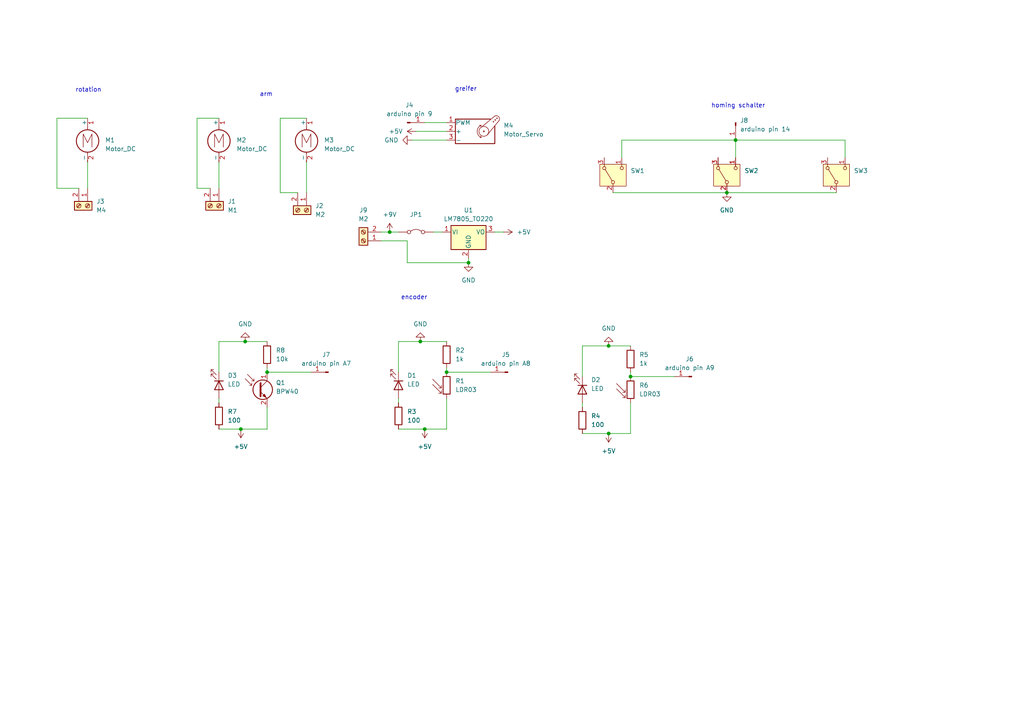
<source format=kicad_sch>
(kicad_sch
	(version 20231120)
	(generator "eeschema")
	(generator_version "8.0")
	(uuid "9b7abd63-fa61-4021-ba33-4f2d3bd90c42")
	(paper "A4")
	(lib_symbols
		(symbol "Connector:Conn_01x01_Pin"
			(pin_names
				(offset 1.016) hide)
			(exclude_from_sim no)
			(in_bom yes)
			(on_board yes)
			(property "Reference" "J"
				(at 0 2.54 0)
				(effects
					(font
						(size 1.27 1.27)
					)
				)
			)
			(property "Value" "Conn_01x01_Pin"
				(at 0 -2.54 0)
				(effects
					(font
						(size 1.27 1.27)
					)
				)
			)
			(property "Footprint" ""
				(at 0 0 0)
				(effects
					(font
						(size 1.27 1.27)
					)
					(hide yes)
				)
			)
			(property "Datasheet" "~"
				(at 0 0 0)
				(effects
					(font
						(size 1.27 1.27)
					)
					(hide yes)
				)
			)
			(property "Description" "Generic connector, single row, 01x01, script generated"
				(at 0 0 0)
				(effects
					(font
						(size 1.27 1.27)
					)
					(hide yes)
				)
			)
			(property "ki_locked" ""
				(at 0 0 0)
				(effects
					(font
						(size 1.27 1.27)
					)
				)
			)
			(property "ki_keywords" "connector"
				(at 0 0 0)
				(effects
					(font
						(size 1.27 1.27)
					)
					(hide yes)
				)
			)
			(property "ki_fp_filters" "Connector*:*_1x??_*"
				(at 0 0 0)
				(effects
					(font
						(size 1.27 1.27)
					)
					(hide yes)
				)
			)
			(symbol "Conn_01x01_Pin_1_1"
				(polyline
					(pts
						(xy 1.27 0) (xy 0.8636 0)
					)
					(stroke
						(width 0.1524)
						(type default)
					)
					(fill
						(type none)
					)
				)
				(rectangle
					(start 0.8636 0.127)
					(end 0 -0.127)
					(stroke
						(width 0.1524)
						(type default)
					)
					(fill
						(type outline)
					)
				)
				(pin passive line
					(at 5.08 0 180)
					(length 3.81)
					(name "Pin_1"
						(effects
							(font
								(size 1.27 1.27)
							)
						)
					)
					(number "1"
						(effects
							(font
								(size 1.27 1.27)
							)
						)
					)
				)
			)
		)
		(symbol "Connector:Screw_Terminal_01x02"
			(pin_names
				(offset 1.016) hide)
			(exclude_from_sim no)
			(in_bom yes)
			(on_board yes)
			(property "Reference" "J"
				(at 0 2.54 0)
				(effects
					(font
						(size 1.27 1.27)
					)
				)
			)
			(property "Value" "Screw_Terminal_01x02"
				(at 0 -5.08 0)
				(effects
					(font
						(size 1.27 1.27)
					)
				)
			)
			(property "Footprint" ""
				(at 0 0 0)
				(effects
					(font
						(size 1.27 1.27)
					)
					(hide yes)
				)
			)
			(property "Datasheet" "~"
				(at 0 0 0)
				(effects
					(font
						(size 1.27 1.27)
					)
					(hide yes)
				)
			)
			(property "Description" "Generic screw terminal, single row, 01x02, script generated (kicad-library-utils/schlib/autogen/connector/)"
				(at 0 0 0)
				(effects
					(font
						(size 1.27 1.27)
					)
					(hide yes)
				)
			)
			(property "ki_keywords" "screw terminal"
				(at 0 0 0)
				(effects
					(font
						(size 1.27 1.27)
					)
					(hide yes)
				)
			)
			(property "ki_fp_filters" "TerminalBlock*:*"
				(at 0 0 0)
				(effects
					(font
						(size 1.27 1.27)
					)
					(hide yes)
				)
			)
			(symbol "Screw_Terminal_01x02_1_1"
				(rectangle
					(start -1.27 1.27)
					(end 1.27 -3.81)
					(stroke
						(width 0.254)
						(type default)
					)
					(fill
						(type background)
					)
				)
				(circle
					(center 0 -2.54)
					(radius 0.635)
					(stroke
						(width 0.1524)
						(type default)
					)
					(fill
						(type none)
					)
				)
				(polyline
					(pts
						(xy -0.5334 -2.2098) (xy 0.3302 -3.048)
					)
					(stroke
						(width 0.1524)
						(type default)
					)
					(fill
						(type none)
					)
				)
				(polyline
					(pts
						(xy -0.5334 0.3302) (xy 0.3302 -0.508)
					)
					(stroke
						(width 0.1524)
						(type default)
					)
					(fill
						(type none)
					)
				)
				(polyline
					(pts
						(xy -0.3556 -2.032) (xy 0.508 -2.8702)
					)
					(stroke
						(width 0.1524)
						(type default)
					)
					(fill
						(type none)
					)
				)
				(polyline
					(pts
						(xy -0.3556 0.508) (xy 0.508 -0.3302)
					)
					(stroke
						(width 0.1524)
						(type default)
					)
					(fill
						(type none)
					)
				)
				(circle
					(center 0 0)
					(radius 0.635)
					(stroke
						(width 0.1524)
						(type default)
					)
					(fill
						(type none)
					)
				)
				(pin passive line
					(at -5.08 0 0)
					(length 3.81)
					(name "Pin_1"
						(effects
							(font
								(size 1.27 1.27)
							)
						)
					)
					(number "1"
						(effects
							(font
								(size 1.27 1.27)
							)
						)
					)
				)
				(pin passive line
					(at -5.08 -2.54 0)
					(length 3.81)
					(name "Pin_2"
						(effects
							(font
								(size 1.27 1.27)
							)
						)
					)
					(number "2"
						(effects
							(font
								(size 1.27 1.27)
							)
						)
					)
				)
			)
		)
		(symbol "Device:LED"
			(pin_numbers hide)
			(pin_names
				(offset 1.016) hide)
			(exclude_from_sim no)
			(in_bom yes)
			(on_board yes)
			(property "Reference" "D"
				(at 0 2.54 0)
				(effects
					(font
						(size 1.27 1.27)
					)
				)
			)
			(property "Value" "LED"
				(at 0 -2.54 0)
				(effects
					(font
						(size 1.27 1.27)
					)
				)
			)
			(property "Footprint" ""
				(at 0 0 0)
				(effects
					(font
						(size 1.27 1.27)
					)
					(hide yes)
				)
			)
			(property "Datasheet" "~"
				(at 0 0 0)
				(effects
					(font
						(size 1.27 1.27)
					)
					(hide yes)
				)
			)
			(property "Description" "Light emitting diode"
				(at 0 0 0)
				(effects
					(font
						(size 1.27 1.27)
					)
					(hide yes)
				)
			)
			(property "ki_keywords" "LED diode"
				(at 0 0 0)
				(effects
					(font
						(size 1.27 1.27)
					)
					(hide yes)
				)
			)
			(property "ki_fp_filters" "LED* LED_SMD:* LED_THT:*"
				(at 0 0 0)
				(effects
					(font
						(size 1.27 1.27)
					)
					(hide yes)
				)
			)
			(symbol "LED_0_1"
				(polyline
					(pts
						(xy -1.27 -1.27) (xy -1.27 1.27)
					)
					(stroke
						(width 0.254)
						(type default)
					)
					(fill
						(type none)
					)
				)
				(polyline
					(pts
						(xy -1.27 0) (xy 1.27 0)
					)
					(stroke
						(width 0)
						(type default)
					)
					(fill
						(type none)
					)
				)
				(polyline
					(pts
						(xy 1.27 -1.27) (xy 1.27 1.27) (xy -1.27 0) (xy 1.27 -1.27)
					)
					(stroke
						(width 0.254)
						(type default)
					)
					(fill
						(type none)
					)
				)
				(polyline
					(pts
						(xy -3.048 -0.762) (xy -4.572 -2.286) (xy -3.81 -2.286) (xy -4.572 -2.286) (xy -4.572 -1.524)
					)
					(stroke
						(width 0)
						(type default)
					)
					(fill
						(type none)
					)
				)
				(polyline
					(pts
						(xy -1.778 -0.762) (xy -3.302 -2.286) (xy -2.54 -2.286) (xy -3.302 -2.286) (xy -3.302 -1.524)
					)
					(stroke
						(width 0)
						(type default)
					)
					(fill
						(type none)
					)
				)
			)
			(symbol "LED_1_1"
				(pin passive line
					(at -3.81 0 0)
					(length 2.54)
					(name "K"
						(effects
							(font
								(size 1.27 1.27)
							)
						)
					)
					(number "1"
						(effects
							(font
								(size 1.27 1.27)
							)
						)
					)
				)
				(pin passive line
					(at 3.81 0 180)
					(length 2.54)
					(name "A"
						(effects
							(font
								(size 1.27 1.27)
							)
						)
					)
					(number "2"
						(effects
							(font
								(size 1.27 1.27)
							)
						)
					)
				)
			)
		)
		(symbol "Device:R"
			(pin_numbers hide)
			(pin_names
				(offset 0)
			)
			(exclude_from_sim no)
			(in_bom yes)
			(on_board yes)
			(property "Reference" "R"
				(at 2.032 0 90)
				(effects
					(font
						(size 1.27 1.27)
					)
				)
			)
			(property "Value" "R"
				(at 0 0 90)
				(effects
					(font
						(size 1.27 1.27)
					)
				)
			)
			(property "Footprint" ""
				(at -1.778 0 90)
				(effects
					(font
						(size 1.27 1.27)
					)
					(hide yes)
				)
			)
			(property "Datasheet" "~"
				(at 0 0 0)
				(effects
					(font
						(size 1.27 1.27)
					)
					(hide yes)
				)
			)
			(property "Description" "Resistor"
				(at 0 0 0)
				(effects
					(font
						(size 1.27 1.27)
					)
					(hide yes)
				)
			)
			(property "ki_keywords" "R res resistor"
				(at 0 0 0)
				(effects
					(font
						(size 1.27 1.27)
					)
					(hide yes)
				)
			)
			(property "ki_fp_filters" "R_*"
				(at 0 0 0)
				(effects
					(font
						(size 1.27 1.27)
					)
					(hide yes)
				)
			)
			(symbol "R_0_1"
				(rectangle
					(start -1.016 -2.54)
					(end 1.016 2.54)
					(stroke
						(width 0.254)
						(type default)
					)
					(fill
						(type none)
					)
				)
			)
			(symbol "R_1_1"
				(pin passive line
					(at 0 3.81 270)
					(length 1.27)
					(name "~"
						(effects
							(font
								(size 1.27 1.27)
							)
						)
					)
					(number "1"
						(effects
							(font
								(size 1.27 1.27)
							)
						)
					)
				)
				(pin passive line
					(at 0 -3.81 90)
					(length 1.27)
					(name "~"
						(effects
							(font
								(size 1.27 1.27)
							)
						)
					)
					(number "2"
						(effects
							(font
								(size 1.27 1.27)
							)
						)
					)
				)
			)
		)
		(symbol "Jumper:Jumper_2_Bridged"
			(pin_numbers hide)
			(pin_names
				(offset 0) hide)
			(exclude_from_sim yes)
			(in_bom yes)
			(on_board yes)
			(property "Reference" "JP"
				(at 0 1.905 0)
				(effects
					(font
						(size 1.27 1.27)
					)
				)
			)
			(property "Value" "Jumper_2_Bridged"
				(at 0 -2.54 0)
				(effects
					(font
						(size 1.27 1.27)
					)
				)
			)
			(property "Footprint" ""
				(at 0 0 0)
				(effects
					(font
						(size 1.27 1.27)
					)
					(hide yes)
				)
			)
			(property "Datasheet" "~"
				(at 0 0 0)
				(effects
					(font
						(size 1.27 1.27)
					)
					(hide yes)
				)
			)
			(property "Description" "Jumper, 2-pole, closed/bridged"
				(at 0 0 0)
				(effects
					(font
						(size 1.27 1.27)
					)
					(hide yes)
				)
			)
			(property "ki_keywords" "Jumper SPST"
				(at 0 0 0)
				(effects
					(font
						(size 1.27 1.27)
					)
					(hide yes)
				)
			)
			(property "ki_fp_filters" "Jumper* TestPoint*2Pads* TestPoint*Bridge*"
				(at 0 0 0)
				(effects
					(font
						(size 1.27 1.27)
					)
					(hide yes)
				)
			)
			(symbol "Jumper_2_Bridged_0_0"
				(circle
					(center -2.032 0)
					(radius 0.508)
					(stroke
						(width 0)
						(type default)
					)
					(fill
						(type none)
					)
				)
				(circle
					(center 2.032 0)
					(radius 0.508)
					(stroke
						(width 0)
						(type default)
					)
					(fill
						(type none)
					)
				)
			)
			(symbol "Jumper_2_Bridged_0_1"
				(arc
					(start 1.524 0.254)
					(mid 0 0.762)
					(end -1.524 0.254)
					(stroke
						(width 0)
						(type default)
					)
					(fill
						(type none)
					)
				)
			)
			(symbol "Jumper_2_Bridged_1_1"
				(pin passive line
					(at -5.08 0 0)
					(length 2.54)
					(name "A"
						(effects
							(font
								(size 1.27 1.27)
							)
						)
					)
					(number "1"
						(effects
							(font
								(size 1.27 1.27)
							)
						)
					)
				)
				(pin passive line
					(at 5.08 0 180)
					(length 2.54)
					(name "B"
						(effects
							(font
								(size 1.27 1.27)
							)
						)
					)
					(number "2"
						(effects
							(font
								(size 1.27 1.27)
							)
						)
					)
				)
			)
		)
		(symbol "Motor:Motor_DC"
			(pin_names
				(offset 0)
			)
			(exclude_from_sim no)
			(in_bom yes)
			(on_board yes)
			(property "Reference" "M"
				(at 2.54 2.54 0)
				(effects
					(font
						(size 1.27 1.27)
					)
					(justify left)
				)
			)
			(property "Value" "Motor_DC"
				(at 2.54 -5.08 0)
				(effects
					(font
						(size 1.27 1.27)
					)
					(justify left top)
				)
			)
			(property "Footprint" ""
				(at 0 -2.286 0)
				(effects
					(font
						(size 1.27 1.27)
					)
					(hide yes)
				)
			)
			(property "Datasheet" "~"
				(at 0 -2.286 0)
				(effects
					(font
						(size 1.27 1.27)
					)
					(hide yes)
				)
			)
			(property "Description" "DC Motor"
				(at 0 0 0)
				(effects
					(font
						(size 1.27 1.27)
					)
					(hide yes)
				)
			)
			(property "ki_keywords" "DC Motor"
				(at 0 0 0)
				(effects
					(font
						(size 1.27 1.27)
					)
					(hide yes)
				)
			)
			(property "ki_fp_filters" "PinHeader*P2.54mm* TerminalBlock*"
				(at 0 0 0)
				(effects
					(font
						(size 1.27 1.27)
					)
					(hide yes)
				)
			)
			(symbol "Motor_DC_0_0"
				(polyline
					(pts
						(xy -1.27 -3.302) (xy -1.27 0.508) (xy 0 -2.032) (xy 1.27 0.508) (xy 1.27 -3.302)
					)
					(stroke
						(width 0)
						(type default)
					)
					(fill
						(type none)
					)
				)
			)
			(symbol "Motor_DC_0_1"
				(circle
					(center 0 -1.524)
					(radius 3.2512)
					(stroke
						(width 0.254)
						(type default)
					)
					(fill
						(type none)
					)
				)
				(polyline
					(pts
						(xy 0 -7.62) (xy 0 -7.112)
					)
					(stroke
						(width 0)
						(type default)
					)
					(fill
						(type none)
					)
				)
				(polyline
					(pts
						(xy 0 -4.7752) (xy 0 -5.1816)
					)
					(stroke
						(width 0)
						(type default)
					)
					(fill
						(type none)
					)
				)
				(polyline
					(pts
						(xy 0 1.7272) (xy 0 2.0828)
					)
					(stroke
						(width 0)
						(type default)
					)
					(fill
						(type none)
					)
				)
				(polyline
					(pts
						(xy 0 2.032) (xy 0 2.54)
					)
					(stroke
						(width 0)
						(type default)
					)
					(fill
						(type none)
					)
				)
			)
			(symbol "Motor_DC_1_1"
				(pin passive line
					(at 0 5.08 270)
					(length 2.54)
					(name "+"
						(effects
							(font
								(size 1.27 1.27)
							)
						)
					)
					(number "1"
						(effects
							(font
								(size 1.27 1.27)
							)
						)
					)
				)
				(pin passive line
					(at 0 -7.62 90)
					(length 2.54)
					(name "-"
						(effects
							(font
								(size 1.27 1.27)
							)
						)
					)
					(number "2"
						(effects
							(font
								(size 1.27 1.27)
							)
						)
					)
				)
			)
		)
		(symbol "Motor:Motor_Servo"
			(pin_names
				(offset 0.0254)
			)
			(exclude_from_sim no)
			(in_bom yes)
			(on_board yes)
			(property "Reference" "M"
				(at -5.08 4.445 0)
				(effects
					(font
						(size 1.27 1.27)
					)
					(justify left)
				)
			)
			(property "Value" "Motor_Servo"
				(at -5.08 -4.064 0)
				(effects
					(font
						(size 1.27 1.27)
					)
					(justify left top)
				)
			)
			(property "Footprint" ""
				(at 0 -4.826 0)
				(effects
					(font
						(size 1.27 1.27)
					)
					(hide yes)
				)
			)
			(property "Datasheet" "http://forums.parallax.com/uploads/attachments/46831/74481.png"
				(at 0 -4.826 0)
				(effects
					(font
						(size 1.27 1.27)
					)
					(hide yes)
				)
			)
			(property "Description" "Servo Motor (Futaba, HiTec, JR connector)"
				(at 0 0 0)
				(effects
					(font
						(size 1.27 1.27)
					)
					(hide yes)
				)
			)
			(property "ki_keywords" "Servo Motor"
				(at 0 0 0)
				(effects
					(font
						(size 1.27 1.27)
					)
					(hide yes)
				)
			)
			(property "ki_fp_filters" "PinHeader*P2.54mm*"
				(at 0 0 0)
				(effects
					(font
						(size 1.27 1.27)
					)
					(hide yes)
				)
			)
			(symbol "Motor_Servo_0_1"
				(polyline
					(pts
						(xy 2.413 -1.778) (xy 2.032 -1.778)
					)
					(stroke
						(width 0)
						(type default)
					)
					(fill
						(type none)
					)
				)
				(polyline
					(pts
						(xy 2.413 -1.778) (xy 2.286 -1.397)
					)
					(stroke
						(width 0)
						(type default)
					)
					(fill
						(type none)
					)
				)
				(polyline
					(pts
						(xy 2.413 1.778) (xy 1.905 1.778)
					)
					(stroke
						(width 0)
						(type default)
					)
					(fill
						(type none)
					)
				)
				(polyline
					(pts
						(xy 2.413 1.778) (xy 2.286 1.397)
					)
					(stroke
						(width 0)
						(type default)
					)
					(fill
						(type none)
					)
				)
				(polyline
					(pts
						(xy 6.35 4.445) (xy 2.54 1.27)
					)
					(stroke
						(width 0)
						(type default)
					)
					(fill
						(type none)
					)
				)
				(polyline
					(pts
						(xy 7.62 3.175) (xy 4.191 -1.016)
					)
					(stroke
						(width 0)
						(type default)
					)
					(fill
						(type none)
					)
				)
				(polyline
					(pts
						(xy 5.08 3.556) (xy -5.08 3.556) (xy -5.08 -3.556) (xy 6.35 -3.556) (xy 6.35 1.524)
					)
					(stroke
						(width 0.254)
						(type default)
					)
					(fill
						(type none)
					)
				)
				(arc
					(start 2.413 1.778)
					(mid 1.2406 0)
					(end 2.413 -1.778)
					(stroke
						(width 0)
						(type default)
					)
					(fill
						(type none)
					)
				)
				(circle
					(center 3.175 0)
					(radius 0.1778)
					(stroke
						(width 0)
						(type default)
					)
					(fill
						(type none)
					)
				)
				(circle
					(center 3.175 0)
					(radius 1.4224)
					(stroke
						(width 0)
						(type default)
					)
					(fill
						(type none)
					)
				)
				(circle
					(center 5.969 2.794)
					(radius 0.127)
					(stroke
						(width 0)
						(type default)
					)
					(fill
						(type none)
					)
				)
				(circle
					(center 6.477 3.302)
					(radius 0.127)
					(stroke
						(width 0)
						(type default)
					)
					(fill
						(type none)
					)
				)
				(circle
					(center 6.985 3.81)
					(radius 0.127)
					(stroke
						(width 0)
						(type default)
					)
					(fill
						(type none)
					)
				)
				(arc
					(start 7.62 3.175)
					(mid 7.4485 4.2735)
					(end 6.35 4.445)
					(stroke
						(width 0)
						(type default)
					)
					(fill
						(type none)
					)
				)
			)
			(symbol "Motor_Servo_1_1"
				(pin passive line
					(at -7.62 2.54 0)
					(length 2.54)
					(name "PWM"
						(effects
							(font
								(size 1.27 1.27)
							)
						)
					)
					(number "1"
						(effects
							(font
								(size 1.27 1.27)
							)
						)
					)
				)
				(pin passive line
					(at -7.62 0 0)
					(length 2.54)
					(name "+"
						(effects
							(font
								(size 1.27 1.27)
							)
						)
					)
					(number "2"
						(effects
							(font
								(size 1.27 1.27)
							)
						)
					)
				)
				(pin passive line
					(at -7.62 -2.54 0)
					(length 2.54)
					(name "-"
						(effects
							(font
								(size 1.27 1.27)
							)
						)
					)
					(number "3"
						(effects
							(font
								(size 1.27 1.27)
							)
						)
					)
				)
			)
		)
		(symbol "Regulator_Linear:LM7805_TO220"
			(pin_names
				(offset 0.254)
			)
			(exclude_from_sim no)
			(in_bom yes)
			(on_board yes)
			(property "Reference" "U"
				(at -3.81 3.175 0)
				(effects
					(font
						(size 1.27 1.27)
					)
				)
			)
			(property "Value" "LM7805_TO220"
				(at 0 3.175 0)
				(effects
					(font
						(size 1.27 1.27)
					)
					(justify left)
				)
			)
			(property "Footprint" "Package_TO_SOT_THT:TO-220-3_Vertical"
				(at 0 5.715 0)
				(effects
					(font
						(size 1.27 1.27)
						(italic yes)
					)
					(hide yes)
				)
			)
			(property "Datasheet" "https://www.onsemi.cn/PowerSolutions/document/MC7800-D.PDF"
				(at 0 -1.27 0)
				(effects
					(font
						(size 1.27 1.27)
					)
					(hide yes)
				)
			)
			(property "Description" "Positive 1A 35V Linear Regulator, Fixed Output 5V, TO-220"
				(at 0 0 0)
				(effects
					(font
						(size 1.27 1.27)
					)
					(hide yes)
				)
			)
			(property "ki_keywords" "Voltage Regulator 1A Positive"
				(at 0 0 0)
				(effects
					(font
						(size 1.27 1.27)
					)
					(hide yes)
				)
			)
			(property "ki_fp_filters" "TO?220*"
				(at 0 0 0)
				(effects
					(font
						(size 1.27 1.27)
					)
					(hide yes)
				)
			)
			(symbol "LM7805_TO220_0_1"
				(rectangle
					(start -5.08 1.905)
					(end 5.08 -5.08)
					(stroke
						(width 0.254)
						(type default)
					)
					(fill
						(type background)
					)
				)
			)
			(symbol "LM7805_TO220_1_1"
				(pin power_in line
					(at -7.62 0 0)
					(length 2.54)
					(name "VI"
						(effects
							(font
								(size 1.27 1.27)
							)
						)
					)
					(number "1"
						(effects
							(font
								(size 1.27 1.27)
							)
						)
					)
				)
				(pin power_in line
					(at 0 -7.62 90)
					(length 2.54)
					(name "GND"
						(effects
							(font
								(size 1.27 1.27)
							)
						)
					)
					(number "2"
						(effects
							(font
								(size 1.27 1.27)
							)
						)
					)
				)
				(pin power_out line
					(at 7.62 0 180)
					(length 2.54)
					(name "VO"
						(effects
							(font
								(size 1.27 1.27)
							)
						)
					)
					(number "3"
						(effects
							(font
								(size 1.27 1.27)
							)
						)
					)
				)
			)
		)
		(symbol "Sensor_Optical:BPW40"
			(pin_names
				(offset 0) hide)
			(exclude_from_sim no)
			(in_bom yes)
			(on_board yes)
			(property "Reference" "Q"
				(at 5.08 1.27 0)
				(effects
					(font
						(size 1.27 1.27)
					)
					(justify left)
				)
			)
			(property "Value" "BPW40"
				(at 5.08 -1.27 0)
				(effects
					(font
						(size 1.27 1.27)
					)
					(justify left)
				)
			)
			(property "Footprint" "LED_THT:LED_D5.0mm_Clear"
				(at 12.192 -3.556 0)
				(effects
					(font
						(size 1.27 1.27)
					)
					(hide yes)
				)
			)
			(property "Datasheet" "https://www.rcscomponents.kiev.ua/datasheets/bpw40.pdf"
				(at 0 0 0)
				(effects
					(font
						(size 1.27 1.27)
					)
					(hide yes)
				)
			)
			(property "Description" "Phototransistor NPN"
				(at 0 0 0)
				(effects
					(font
						(size 1.27 1.27)
					)
					(hide yes)
				)
			)
			(property "ki_keywords" "npn phototransistor"
				(at 0 0 0)
				(effects
					(font
						(size 1.27 1.27)
					)
					(hide yes)
				)
			)
			(property "ki_fp_filters" "LED*D5.0mm*Clear*"
				(at 0 0 0)
				(effects
					(font
						(size 1.27 1.27)
					)
					(hide yes)
				)
			)
			(symbol "BPW40_0_1"
				(polyline
					(pts
						(xy -1.905 1.27) (xy -2.54 1.27)
					)
					(stroke
						(width 0)
						(type default)
					)
					(fill
						(type none)
					)
				)
				(polyline
					(pts
						(xy -1.27 2.54) (xy -1.905 2.54)
					)
					(stroke
						(width 0)
						(type default)
					)
					(fill
						(type none)
					)
				)
				(polyline
					(pts
						(xy 0.635 0.635) (xy 2.54 2.54)
					)
					(stroke
						(width 0)
						(type default)
					)
					(fill
						(type none)
					)
				)
				(polyline
					(pts
						(xy -3.81 3.175) (xy -1.905 1.27) (xy -1.905 1.905)
					)
					(stroke
						(width 0)
						(type default)
					)
					(fill
						(type none)
					)
				)
				(polyline
					(pts
						(xy -3.175 4.445) (xy -1.27 2.54) (xy -1.27 3.175)
					)
					(stroke
						(width 0)
						(type default)
					)
					(fill
						(type none)
					)
				)
				(polyline
					(pts
						(xy 0.635 -0.635) (xy 2.54 -2.54) (xy 2.54 -2.54)
					)
					(stroke
						(width 0)
						(type default)
					)
					(fill
						(type none)
					)
				)
				(polyline
					(pts
						(xy 0.635 1.905) (xy 0.635 -1.905) (xy 0.635 -1.905)
					)
					(stroke
						(width 0.508)
						(type default)
					)
					(fill
						(type none)
					)
				)
				(polyline
					(pts
						(xy 1.27 -1.778) (xy 1.778 -1.27) (xy 2.286 -2.286) (xy 1.27 -1.778) (xy 1.27 -1.778)
					)
					(stroke
						(width 0)
						(type default)
					)
					(fill
						(type outline)
					)
				)
				(circle
					(center 1.27 0)
					(radius 2.8194)
					(stroke
						(width 0.254)
						(type default)
					)
					(fill
						(type none)
					)
				)
			)
			(symbol "BPW40_1_1"
				(pin passive line
					(at 2.54 5.08 270)
					(length 2.54)
					(name "C"
						(effects
							(font
								(size 1.27 1.27)
							)
						)
					)
					(number "1"
						(effects
							(font
								(size 1.27 1.27)
							)
						)
					)
				)
				(pin passive line
					(at 2.54 -5.08 90)
					(length 2.54)
					(name "E"
						(effects
							(font
								(size 1.27 1.27)
							)
						)
					)
					(number "2"
						(effects
							(font
								(size 1.27 1.27)
							)
						)
					)
				)
			)
		)
		(symbol "Sensor_Optical:LDR03"
			(pin_numbers hide)
			(pin_names
				(offset 0)
			)
			(exclude_from_sim no)
			(in_bom yes)
			(on_board yes)
			(property "Reference" "R"
				(at -5.08 0 90)
				(effects
					(font
						(size 1.27 1.27)
					)
				)
			)
			(property "Value" "LDR03"
				(at 1.905 0 90)
				(effects
					(font
						(size 1.27 1.27)
					)
					(justify top)
				)
			)
			(property "Footprint" "OptoDevice:R_LDR_10x8.5mm_P7.6mm_Vertical"
				(at 4.445 0 90)
				(effects
					(font
						(size 1.27 1.27)
					)
					(hide yes)
				)
			)
			(property "Datasheet" "http://www.elektronica-componenten.nl/WebRoot/StoreNL/Shops/61422969/54F1/BA0C/C664/31B9/2173/C0A8/2AB9/2AEF/LDR03IMP.pdf"
				(at 0 -1.27 0)
				(effects
					(font
						(size 1.27 1.27)
					)
					(hide yes)
				)
			)
			(property "Description" "light dependent resistor"
				(at 0 0 0)
				(effects
					(font
						(size 1.27 1.27)
					)
					(hide yes)
				)
			)
			(property "ki_keywords" "light dependent photo resistor LDR"
				(at 0 0 0)
				(effects
					(font
						(size 1.27 1.27)
					)
					(hide yes)
				)
			)
			(property "ki_fp_filters" "R*LDR*10x8.5mm*P7.6mm*"
				(at 0 0 0)
				(effects
					(font
						(size 1.27 1.27)
					)
					(hide yes)
				)
			)
			(symbol "LDR03_0_1"
				(rectangle
					(start -1.016 2.54)
					(end 1.016 -2.54)
					(stroke
						(width 0.254)
						(type default)
					)
					(fill
						(type none)
					)
				)
				(polyline
					(pts
						(xy -1.524 -2.286) (xy -4.064 0.254)
					)
					(stroke
						(width 0)
						(type default)
					)
					(fill
						(type none)
					)
				)
				(polyline
					(pts
						(xy -1.524 -2.286) (xy -2.286 -2.286)
					)
					(stroke
						(width 0)
						(type default)
					)
					(fill
						(type none)
					)
				)
				(polyline
					(pts
						(xy -1.524 -2.286) (xy -1.524 -1.524)
					)
					(stroke
						(width 0)
						(type default)
					)
					(fill
						(type none)
					)
				)
				(polyline
					(pts
						(xy -1.524 -0.762) (xy -4.064 1.778)
					)
					(stroke
						(width 0)
						(type default)
					)
					(fill
						(type none)
					)
				)
				(polyline
					(pts
						(xy -1.524 -0.762) (xy -2.286 -0.762)
					)
					(stroke
						(width 0)
						(type default)
					)
					(fill
						(type none)
					)
				)
				(polyline
					(pts
						(xy -1.524 -0.762) (xy -1.524 0)
					)
					(stroke
						(width 0)
						(type default)
					)
					(fill
						(type none)
					)
				)
			)
			(symbol "LDR03_1_1"
				(pin passive line
					(at 0 3.81 270)
					(length 1.27)
					(name "~"
						(effects
							(font
								(size 1.27 1.27)
							)
						)
					)
					(number "1"
						(effects
							(font
								(size 1.27 1.27)
							)
						)
					)
				)
				(pin passive line
					(at 0 -3.81 90)
					(length 1.27)
					(name "~"
						(effects
							(font
								(size 1.27 1.27)
							)
						)
					)
					(number "2"
						(effects
							(font
								(size 1.27 1.27)
							)
						)
					)
				)
			)
		)
		(symbol "Switch:SW_Nidec_CAS-120A1"
			(pin_names
				(offset 1) hide)
			(exclude_from_sim no)
			(in_bom yes)
			(on_board yes)
			(property "Reference" "SW"
				(at 0 4.318 0)
				(effects
					(font
						(size 1.27 1.27)
					)
				)
			)
			(property "Value" "SW_Nidec_CAS-120A1"
				(at 0 -5.08 0)
				(effects
					(font
						(size 1.27 1.27)
					)
				)
			)
			(property "Footprint" "Button_Switch_SMD:Nidec_Copal_CAS-120A"
				(at 0 -10.16 0)
				(effects
					(font
						(size 1.27 1.27)
					)
					(hide yes)
				)
			)
			(property "Datasheet" "https://www.nidec-components.com/e/catalog/switch/cas.pdf"
				(at 0 -7.62 0)
				(effects
					(font
						(size 1.27 1.27)
					)
					(hide yes)
				)
			)
			(property "Description" "Switch, single pole double throw"
				(at 0 0 0)
				(effects
					(font
						(size 1.27 1.27)
					)
					(hide yes)
				)
			)
			(property "ki_keywords" "switch single-pole double-throw spdt ON-ON"
				(at 0 0 0)
				(effects
					(font
						(size 1.27 1.27)
					)
					(hide yes)
				)
			)
			(property "ki_fp_filters" "*Nidec?Copal?CAS?120A*"
				(at 0 0 0)
				(effects
					(font
						(size 1.27 1.27)
					)
					(hide yes)
				)
			)
			(symbol "SW_Nidec_CAS-120A1_0_1"
				(circle
					(center -2.032 0)
					(radius 0.4572)
					(stroke
						(width 0)
						(type default)
					)
					(fill
						(type none)
					)
				)
				(polyline
					(pts
						(xy -1.651 0.254) (xy 1.651 2.286)
					)
					(stroke
						(width 0)
						(type default)
					)
					(fill
						(type none)
					)
				)
				(circle
					(center 2.032 -2.54)
					(radius 0.4572)
					(stroke
						(width 0)
						(type default)
					)
					(fill
						(type none)
					)
				)
				(circle
					(center 2.032 2.54)
					(radius 0.4572)
					(stroke
						(width 0)
						(type default)
					)
					(fill
						(type none)
					)
				)
			)
			(symbol "SW_Nidec_CAS-120A1_1_1"
				(rectangle
					(start -3.175 3.81)
					(end 3.175 -3.81)
					(stroke
						(width 0)
						(type default)
					)
					(fill
						(type background)
					)
				)
				(pin passive line
					(at 5.08 -2.54 180)
					(length 2.54)
					(name "C"
						(effects
							(font
								(size 1.27 1.27)
							)
						)
					)
					(number "1"
						(effects
							(font
								(size 1.27 1.27)
							)
						)
					)
				)
				(pin passive line
					(at -5.08 0 0)
					(length 2.54)
					(name "B"
						(effects
							(font
								(size 1.27 1.27)
							)
						)
					)
					(number "2"
						(effects
							(font
								(size 1.27 1.27)
							)
						)
					)
				)
				(pin passive line
					(at 5.08 2.54 180)
					(length 2.54)
					(name "A"
						(effects
							(font
								(size 1.27 1.27)
							)
						)
					)
					(number "3"
						(effects
							(font
								(size 1.27 1.27)
							)
						)
					)
				)
			)
		)
		(symbol "power:+5V"
			(power)
			(pin_numbers hide)
			(pin_names
				(offset 0) hide)
			(exclude_from_sim no)
			(in_bom yes)
			(on_board yes)
			(property "Reference" "#PWR"
				(at 0 -3.81 0)
				(effects
					(font
						(size 1.27 1.27)
					)
					(hide yes)
				)
			)
			(property "Value" "+5V"
				(at 0 3.556 0)
				(effects
					(font
						(size 1.27 1.27)
					)
				)
			)
			(property "Footprint" ""
				(at 0 0 0)
				(effects
					(font
						(size 1.27 1.27)
					)
					(hide yes)
				)
			)
			(property "Datasheet" ""
				(at 0 0 0)
				(effects
					(font
						(size 1.27 1.27)
					)
					(hide yes)
				)
			)
			(property "Description" "Power symbol creates a global label with name \"+5V\""
				(at 0 0 0)
				(effects
					(font
						(size 1.27 1.27)
					)
					(hide yes)
				)
			)
			(property "ki_keywords" "global power"
				(at 0 0 0)
				(effects
					(font
						(size 1.27 1.27)
					)
					(hide yes)
				)
			)
			(symbol "+5V_0_1"
				(polyline
					(pts
						(xy -0.762 1.27) (xy 0 2.54)
					)
					(stroke
						(width 0)
						(type default)
					)
					(fill
						(type none)
					)
				)
				(polyline
					(pts
						(xy 0 0) (xy 0 2.54)
					)
					(stroke
						(width 0)
						(type default)
					)
					(fill
						(type none)
					)
				)
				(polyline
					(pts
						(xy 0 2.54) (xy 0.762 1.27)
					)
					(stroke
						(width 0)
						(type default)
					)
					(fill
						(type none)
					)
				)
			)
			(symbol "+5V_1_1"
				(pin power_in line
					(at 0 0 90)
					(length 0)
					(name "~"
						(effects
							(font
								(size 1.27 1.27)
							)
						)
					)
					(number "1"
						(effects
							(font
								(size 1.27 1.27)
							)
						)
					)
				)
			)
		)
		(symbol "power:+9V"
			(power)
			(pin_numbers hide)
			(pin_names
				(offset 0) hide)
			(exclude_from_sim no)
			(in_bom yes)
			(on_board yes)
			(property "Reference" "#PWR"
				(at 0 -3.81 0)
				(effects
					(font
						(size 1.27 1.27)
					)
					(hide yes)
				)
			)
			(property "Value" "+9V"
				(at 0 3.556 0)
				(effects
					(font
						(size 1.27 1.27)
					)
				)
			)
			(property "Footprint" ""
				(at 0 0 0)
				(effects
					(font
						(size 1.27 1.27)
					)
					(hide yes)
				)
			)
			(property "Datasheet" ""
				(at 0 0 0)
				(effects
					(font
						(size 1.27 1.27)
					)
					(hide yes)
				)
			)
			(property "Description" "Power symbol creates a global label with name \"+9V\""
				(at 0 0 0)
				(effects
					(font
						(size 1.27 1.27)
					)
					(hide yes)
				)
			)
			(property "ki_keywords" "global power"
				(at 0 0 0)
				(effects
					(font
						(size 1.27 1.27)
					)
					(hide yes)
				)
			)
			(symbol "+9V_0_1"
				(polyline
					(pts
						(xy -0.762 1.27) (xy 0 2.54)
					)
					(stroke
						(width 0)
						(type default)
					)
					(fill
						(type none)
					)
				)
				(polyline
					(pts
						(xy 0 0) (xy 0 2.54)
					)
					(stroke
						(width 0)
						(type default)
					)
					(fill
						(type none)
					)
				)
				(polyline
					(pts
						(xy 0 2.54) (xy 0.762 1.27)
					)
					(stroke
						(width 0)
						(type default)
					)
					(fill
						(type none)
					)
				)
			)
			(symbol "+9V_1_1"
				(pin power_in line
					(at 0 0 90)
					(length 0)
					(name "~"
						(effects
							(font
								(size 1.27 1.27)
							)
						)
					)
					(number "1"
						(effects
							(font
								(size 1.27 1.27)
							)
						)
					)
				)
			)
		)
		(symbol "power:GND"
			(power)
			(pin_numbers hide)
			(pin_names
				(offset 0) hide)
			(exclude_from_sim no)
			(in_bom yes)
			(on_board yes)
			(property "Reference" "#PWR"
				(at 0 -6.35 0)
				(effects
					(font
						(size 1.27 1.27)
					)
					(hide yes)
				)
			)
			(property "Value" "GND"
				(at 0 -3.81 0)
				(effects
					(font
						(size 1.27 1.27)
					)
				)
			)
			(property "Footprint" ""
				(at 0 0 0)
				(effects
					(font
						(size 1.27 1.27)
					)
					(hide yes)
				)
			)
			(property "Datasheet" ""
				(at 0 0 0)
				(effects
					(font
						(size 1.27 1.27)
					)
					(hide yes)
				)
			)
			(property "Description" "Power symbol creates a global label with name \"GND\" , ground"
				(at 0 0 0)
				(effects
					(font
						(size 1.27 1.27)
					)
					(hide yes)
				)
			)
			(property "ki_keywords" "global power"
				(at 0 0 0)
				(effects
					(font
						(size 1.27 1.27)
					)
					(hide yes)
				)
			)
			(symbol "GND_0_1"
				(polyline
					(pts
						(xy 0 0) (xy 0 -1.27) (xy 1.27 -1.27) (xy 0 -2.54) (xy -1.27 -1.27) (xy 0 -1.27)
					)
					(stroke
						(width 0)
						(type default)
					)
					(fill
						(type none)
					)
				)
			)
			(symbol "GND_1_1"
				(pin power_in line
					(at 0 0 270)
					(length 0)
					(name "~"
						(effects
							(font
								(size 1.27 1.27)
							)
						)
					)
					(number "1"
						(effects
							(font
								(size 1.27 1.27)
							)
						)
					)
				)
			)
		)
	)
	(junction
		(at 176.53 125.73)
		(diameter 0)
		(color 0 0 0 0)
		(uuid "1e181e8a-2550-44ea-9c8d-c5c5b5da3a7e")
	)
	(junction
		(at 176.53 100.33)
		(diameter 0)
		(color 0 0 0 0)
		(uuid "4c19f3f8-839a-414c-b049-8367d80d1576")
	)
	(junction
		(at 182.88 109.22)
		(diameter 0)
		(color 0 0 0 0)
		(uuid "57c59194-315d-43d1-bde2-c8f58bcacc6f")
	)
	(junction
		(at 77.47 107.95)
		(diameter 0)
		(color 0 0 0 0)
		(uuid "5f0e7615-eb7a-43ec-9ab6-e596634679c8")
	)
	(junction
		(at 113.03 67.31)
		(diameter 0)
		(color 0 0 0 0)
		(uuid "6a922037-380a-42d5-88e6-411f1932cff8")
	)
	(junction
		(at 69.85 124.46)
		(diameter 0)
		(color 0 0 0 0)
		(uuid "6c8ddbe1-02b3-4eae-964d-ec0be3aa1f05")
	)
	(junction
		(at 135.89 76.2)
		(diameter 0)
		(color 0 0 0 0)
		(uuid "6edde91c-67cf-4665-aa0c-b0f6352a1277")
	)
	(junction
		(at 210.82 55.88)
		(diameter 0)
		(color 0 0 0 0)
		(uuid "924f6611-0f4a-47b7-bdf0-c018f0562b53")
	)
	(junction
		(at 123.19 124.46)
		(diameter 0)
		(color 0 0 0 0)
		(uuid "cb8ee2d7-cbc7-4198-82cf-5568a0d50e36")
	)
	(junction
		(at 213.36 40.64)
		(diameter 0)
		(color 0 0 0 0)
		(uuid "d55727e1-302b-4dc6-b9f4-ae2d42ac5ee7")
	)
	(junction
		(at 121.92 99.06)
		(diameter 0)
		(color 0 0 0 0)
		(uuid "e99ea42c-f1da-4478-80e0-432277cb2145")
	)
	(junction
		(at 129.54 107.95)
		(diameter 0)
		(color 0 0 0 0)
		(uuid "ea9bba41-94f1-407f-a9b7-2855da926e5a")
	)
	(junction
		(at 71.12 99.06)
		(diameter 0)
		(color 0 0 0 0)
		(uuid "f35a2845-6515-4f40-8c16-a6d8667ae76e")
	)
	(wire
		(pts
			(xy 25.4 46.99) (xy 25.4 54.61)
		)
		(stroke
			(width 0)
			(type default)
		)
		(uuid "03090fee-dac7-49b5-a321-25b9ccd017fa")
	)
	(wire
		(pts
			(xy 129.54 107.95) (xy 142.24 107.95)
		)
		(stroke
			(width 0)
			(type default)
		)
		(uuid "049e1753-2b52-4c9a-8779-f16ac03bd3d0")
	)
	(wire
		(pts
			(xy 81.28 55.88) (xy 81.28 34.29)
		)
		(stroke
			(width 0)
			(type default)
		)
		(uuid "084c493b-fe76-43d0-8cba-64011367be13")
	)
	(wire
		(pts
			(xy 143.51 67.31) (xy 146.05 67.31)
		)
		(stroke
			(width 0)
			(type default)
		)
		(uuid "08cf7ded-6069-449e-be65-9a66cb47e9a9")
	)
	(wire
		(pts
			(xy 88.9 46.99) (xy 88.9 55.88)
		)
		(stroke
			(width 0)
			(type default)
		)
		(uuid "0929e4e1-001b-4e65-8296-50685d8651e6")
	)
	(wire
		(pts
			(xy 60.96 54.61) (xy 57.15 54.61)
		)
		(stroke
			(width 0)
			(type default)
		)
		(uuid "12582a3c-4199-4306-8427-98ddf1ec8e88")
	)
	(wire
		(pts
			(xy 16.51 54.61) (xy 16.51 34.29)
		)
		(stroke
			(width 0)
			(type default)
		)
		(uuid "140d9656-26a7-4caa-8963-c72a64aeb492")
	)
	(wire
		(pts
			(xy 245.11 40.64) (xy 245.11 45.72)
		)
		(stroke
			(width 0)
			(type default)
		)
		(uuid "18c2460a-18d5-42c1-9047-eefc776afa99")
	)
	(wire
		(pts
			(xy 176.53 125.73) (xy 182.88 125.73)
		)
		(stroke
			(width 0)
			(type default)
		)
		(uuid "1a6f6760-f7dd-4155-bb93-acfd0ccca552")
	)
	(wire
		(pts
			(xy 210.82 55.88) (xy 242.57 55.88)
		)
		(stroke
			(width 0)
			(type default)
		)
		(uuid "1ea01973-8d97-466b-92cd-9856944110b4")
	)
	(wire
		(pts
			(xy 168.91 100.33) (xy 176.53 100.33)
		)
		(stroke
			(width 0)
			(type default)
		)
		(uuid "21db8d67-cb9c-4384-acfc-d8ea33937ab2")
	)
	(wire
		(pts
			(xy 115.57 99.06) (xy 121.92 99.06)
		)
		(stroke
			(width 0)
			(type default)
		)
		(uuid "231ffb8c-c46e-407a-b9f9-089d73ae99d1")
	)
	(wire
		(pts
			(xy 69.85 124.46) (xy 77.47 124.46)
		)
		(stroke
			(width 0)
			(type default)
		)
		(uuid "369201a5-3b47-4c13-8c27-deab86c96327")
	)
	(wire
		(pts
			(xy 115.57 124.46) (xy 123.19 124.46)
		)
		(stroke
			(width 0)
			(type default)
		)
		(uuid "372eaa7f-a2b5-4e41-9235-ee1ad419a295")
	)
	(wire
		(pts
			(xy 177.8 55.88) (xy 210.82 55.88)
		)
		(stroke
			(width 0)
			(type default)
		)
		(uuid "377f74c7-510d-4f62-acf4-838e9e355989")
	)
	(wire
		(pts
			(xy 123.19 35.56) (xy 129.54 35.56)
		)
		(stroke
			(width 0)
			(type default)
		)
		(uuid "3c7a66ab-6d32-443e-98ec-dbdcb80e0f54")
	)
	(wire
		(pts
			(xy 182.88 107.95) (xy 182.88 109.22)
		)
		(stroke
			(width 0)
			(type default)
		)
		(uuid "3ccfc562-d3ea-472d-acf2-3823f617cf62")
	)
	(wire
		(pts
			(xy 168.91 116.84) (xy 168.91 118.11)
		)
		(stroke
			(width 0)
			(type default)
		)
		(uuid "3eb83317-4ddd-4da6-9bbe-721e4fc7ce77")
	)
	(wire
		(pts
			(xy 168.91 109.22) (xy 168.91 100.33)
		)
		(stroke
			(width 0)
			(type default)
		)
		(uuid "3f592d4e-e604-4c66-83a8-e32d8ea8c45e")
	)
	(wire
		(pts
			(xy 71.12 99.06) (xy 77.47 99.06)
		)
		(stroke
			(width 0)
			(type default)
		)
		(uuid "456f9269-5d0c-4930-9400-fb6d1d00fdff")
	)
	(wire
		(pts
			(xy 180.34 45.72) (xy 180.34 40.64)
		)
		(stroke
			(width 0)
			(type default)
		)
		(uuid "472016f7-58b8-45b2-939a-aa57035249b9")
	)
	(wire
		(pts
			(xy 57.15 34.29) (xy 63.5 34.29)
		)
		(stroke
			(width 0)
			(type default)
		)
		(uuid "4be24e02-27b2-46f7-a85c-bf9dffdeddd7")
	)
	(wire
		(pts
			(xy 213.36 40.64) (xy 245.11 40.64)
		)
		(stroke
			(width 0)
			(type default)
		)
		(uuid "51e766dd-d08e-47fd-9663-e8a2ac770d27")
	)
	(wire
		(pts
			(xy 213.36 40.64) (xy 213.36 45.72)
		)
		(stroke
			(width 0)
			(type default)
		)
		(uuid "5357cb4b-ca77-4033-8152-024a819e2a68")
	)
	(wire
		(pts
			(xy 22.86 54.61) (xy 16.51 54.61)
		)
		(stroke
			(width 0)
			(type default)
		)
		(uuid "53c6559f-5113-4032-8516-1e11a739b627")
	)
	(wire
		(pts
			(xy 77.47 118.11) (xy 77.47 124.46)
		)
		(stroke
			(width 0)
			(type default)
		)
		(uuid "5b644c99-1e00-4bd3-8bed-999a02e9117d")
	)
	(wire
		(pts
			(xy 129.54 124.46) (xy 129.54 115.57)
		)
		(stroke
			(width 0)
			(type default)
		)
		(uuid "5c0d52fa-15d1-474c-9e97-b0717ba98e21")
	)
	(wire
		(pts
			(xy 63.5 46.99) (xy 63.5 54.61)
		)
		(stroke
			(width 0)
			(type default)
		)
		(uuid "695c50d0-2df3-4b12-b268-3a3640c640f0")
	)
	(wire
		(pts
			(xy 182.88 125.73) (xy 182.88 116.84)
		)
		(stroke
			(width 0)
			(type default)
		)
		(uuid "6f6cc8fd-e722-44c3-82e6-9504d9bd4c6f")
	)
	(wire
		(pts
			(xy 180.34 40.64) (xy 213.36 40.64)
		)
		(stroke
			(width 0)
			(type default)
		)
		(uuid "720b5312-0ef8-432d-aefa-d549de2444ea")
	)
	(wire
		(pts
			(xy 121.92 99.06) (xy 129.54 99.06)
		)
		(stroke
			(width 0)
			(type default)
		)
		(uuid "791c8afb-57d1-471f-814e-154d99395bd5")
	)
	(wire
		(pts
			(xy 115.57 115.57) (xy 115.57 116.84)
		)
		(stroke
			(width 0)
			(type default)
		)
		(uuid "827bedb4-5ac7-4fda-84f0-2aba7b224ad6")
	)
	(wire
		(pts
			(xy 118.11 76.2) (xy 135.89 76.2)
		)
		(stroke
			(width 0)
			(type default)
		)
		(uuid "86935083-2c40-44e0-bdeb-5b94fcbf9a76")
	)
	(wire
		(pts
			(xy 57.15 54.61) (xy 57.15 34.29)
		)
		(stroke
			(width 0)
			(type default)
		)
		(uuid "890ef382-78ac-45fe-9915-8e905fc2ecc7")
	)
	(wire
		(pts
			(xy 77.47 107.95) (xy 90.17 107.95)
		)
		(stroke
			(width 0)
			(type default)
		)
		(uuid "8a6e20c0-8e59-44a0-bc2a-c8bc10961f33")
	)
	(wire
		(pts
			(xy 118.11 69.85) (xy 118.11 76.2)
		)
		(stroke
			(width 0)
			(type default)
		)
		(uuid "8cf2320e-1042-4bc5-861d-88fc671ce33e")
	)
	(wire
		(pts
			(xy 119.38 40.64) (xy 129.54 40.64)
		)
		(stroke
			(width 0)
			(type default)
		)
		(uuid "98071cc3-b38c-4b70-94c2-a4afed827fb3")
	)
	(wire
		(pts
			(xy 135.89 74.93) (xy 135.89 76.2)
		)
		(stroke
			(width 0)
			(type default)
		)
		(uuid "9b936899-dec3-411d-a269-2a6e4749600e")
	)
	(wire
		(pts
			(xy 125.73 67.31) (xy 128.27 67.31)
		)
		(stroke
			(width 0)
			(type default)
		)
		(uuid "9ebfa6e5-7b4c-40b3-8704-35956e6ec889")
	)
	(wire
		(pts
			(xy 77.47 106.68) (xy 77.47 107.95)
		)
		(stroke
			(width 0)
			(type default)
		)
		(uuid "a1417389-a4be-4182-950b-e21a48852c14")
	)
	(wire
		(pts
			(xy 168.91 125.73) (xy 176.53 125.73)
		)
		(stroke
			(width 0)
			(type default)
		)
		(uuid "b16b7b55-dfc1-4311-ac46-c2ba9ccb101d")
	)
	(wire
		(pts
			(xy 63.5 107.95) (xy 63.5 99.06)
		)
		(stroke
			(width 0)
			(type default)
		)
		(uuid "c4363e7f-0706-4e93-a9c3-2bf1e3eb9692")
	)
	(wire
		(pts
			(xy 63.5 124.46) (xy 69.85 124.46)
		)
		(stroke
			(width 0)
			(type default)
		)
		(uuid "c5680563-2dd8-4904-80d2-77fa4fb3f60e")
	)
	(wire
		(pts
			(xy 120.65 38.1) (xy 129.54 38.1)
		)
		(stroke
			(width 0)
			(type default)
		)
		(uuid "c688b4cb-244d-4ded-9ecf-ee4e9bcf2de2")
	)
	(wire
		(pts
			(xy 176.53 100.33) (xy 182.88 100.33)
		)
		(stroke
			(width 0)
			(type default)
		)
		(uuid "cbc78bb6-9767-4e93-ab5e-059200618b67")
	)
	(wire
		(pts
			(xy 115.57 107.95) (xy 115.57 99.06)
		)
		(stroke
			(width 0)
			(type default)
		)
		(uuid "d0974235-16d5-4a3f-a975-c690fe814105")
	)
	(wire
		(pts
			(xy 182.88 109.22) (xy 195.58 109.22)
		)
		(stroke
			(width 0)
			(type default)
		)
		(uuid "d26f685c-bde4-466e-8448-cc676f45d144")
	)
	(wire
		(pts
			(xy 110.49 69.85) (xy 118.11 69.85)
		)
		(stroke
			(width 0)
			(type default)
		)
		(uuid "d3cca4ef-be16-4661-8ca4-f0e6162a65aa")
	)
	(wire
		(pts
			(xy 129.54 106.68) (xy 129.54 107.95)
		)
		(stroke
			(width 0)
			(type default)
		)
		(uuid "d80d34a0-b8c9-48dc-9195-29469752a723")
	)
	(wire
		(pts
			(xy 63.5 115.57) (xy 63.5 116.84)
		)
		(stroke
			(width 0)
			(type default)
		)
		(uuid "db652297-b1d0-40b2-aabd-92e1f5cc2f33")
	)
	(wire
		(pts
			(xy 81.28 34.29) (xy 88.9 34.29)
		)
		(stroke
			(width 0)
			(type default)
		)
		(uuid "de76f56c-3ebd-4bd0-a7b1-df0fadac3f58")
	)
	(wire
		(pts
			(xy 113.03 67.31) (xy 115.57 67.31)
		)
		(stroke
			(width 0)
			(type default)
		)
		(uuid "e19d793b-886b-489b-81d2-3ff6d6a678de")
	)
	(wire
		(pts
			(xy 86.36 55.88) (xy 81.28 55.88)
		)
		(stroke
			(width 0)
			(type default)
		)
		(uuid "e1de09a8-2fce-4aaf-9269-bb2bc26d71ac")
	)
	(wire
		(pts
			(xy 110.49 67.31) (xy 113.03 67.31)
		)
		(stroke
			(width 0)
			(type default)
		)
		(uuid "eb596389-5df1-42d2-a958-8cfa436a8296")
	)
	(wire
		(pts
			(xy 16.51 34.29) (xy 25.4 34.29)
		)
		(stroke
			(width 0)
			(type default)
		)
		(uuid "f4afa063-bbf5-4909-93d0-5c1567991f9c")
	)
	(wire
		(pts
			(xy 63.5 99.06) (xy 71.12 99.06)
		)
		(stroke
			(width 0)
			(type default)
		)
		(uuid "fd16d3fa-ed14-47a8-a29f-f62fabe8ed67")
	)
	(wire
		(pts
			(xy 123.19 124.46) (xy 129.54 124.46)
		)
		(stroke
			(width 0)
			(type default)
		)
		(uuid "ff10de50-d28a-4981-96fd-f873b45afce1")
	)
	(text "greifer"
		(exclude_from_sim no)
		(at 135.128 25.908 0)
		(effects
			(font
				(size 1.27 1.27)
			)
		)
		(uuid "1ecd9051-49bc-43e2-8a73-9e80089ca5ea")
	)
	(text "homing schalter"
		(exclude_from_sim no)
		(at 214.122 30.734 0)
		(effects
			(font
				(size 1.27 1.27)
			)
		)
		(uuid "32fafcb9-ae32-486f-aee9-cc7bb959daf4")
	)
	(text "arm"
		(exclude_from_sim no)
		(at 77.216 27.432 0)
		(effects
			(font
				(size 1.27 1.27)
			)
		)
		(uuid "9da66b56-c44f-492f-b602-4bba97efe239")
	)
	(text "rotation"
		(exclude_from_sim no)
		(at 25.654 26.162 0)
		(effects
			(font
				(size 1.27 1.27)
			)
		)
		(uuid "a1044543-116f-44d6-9abd-80c6283ff955")
	)
	(text "encoder"
		(exclude_from_sim no)
		(at 120.142 86.36 0)
		(effects
			(font
				(size 1.27 1.27)
			)
		)
		(uuid "b69036c7-8682-481d-82cb-732a4c1658b7")
	)
	(symbol
		(lib_id "Regulator_Linear:LM7805_TO220")
		(at 135.89 67.31 0)
		(unit 1)
		(exclude_from_sim no)
		(in_bom yes)
		(on_board yes)
		(dnp no)
		(fields_autoplaced yes)
		(uuid "08935a39-3211-4cdb-9b9c-64c09d255e4a")
		(property "Reference" "U1"
			(at 135.89 60.96 0)
			(effects
				(font
					(size 1.27 1.27)
				)
			)
		)
		(property "Value" "LM7805_TO220"
			(at 135.89 63.5 0)
			(effects
				(font
					(size 1.27 1.27)
				)
			)
		)
		(property "Footprint" "Package_TO_SOT_THT:TO-220-3_Vertical"
			(at 135.89 61.595 0)
			(effects
				(font
					(size 1.27 1.27)
					(italic yes)
				)
				(hide yes)
			)
		)
		(property "Datasheet" "https://www.onsemi.cn/PowerSolutions/document/MC7800-D.PDF"
			(at 135.89 68.58 0)
			(effects
				(font
					(size 1.27 1.27)
				)
				(hide yes)
			)
		)
		(property "Description" "Positive 1A 35V Linear Regulator, Fixed Output 5V, TO-220"
			(at 135.89 67.31 0)
			(effects
				(font
					(size 1.27 1.27)
				)
				(hide yes)
			)
		)
		(pin "1"
			(uuid "9aa14728-d83b-4a55-b1aa-fbe530782da4")
		)
		(pin "2"
			(uuid "b0ff1a09-41a9-4767-ac8f-fa7417622586")
		)
		(pin "3"
			(uuid "c9fdc153-bc22-4269-af34-eb20aa14ea60")
		)
		(instances
			(project ""
				(path "/9b7abd63-fa61-4021-ba33-4f2d3bd90c42"
					(reference "U1")
					(unit 1)
				)
			)
		)
	)
	(symbol
		(lib_id "Device:LED")
		(at 168.91 113.03 270)
		(unit 1)
		(exclude_from_sim no)
		(in_bom yes)
		(on_board yes)
		(dnp no)
		(fields_autoplaced yes)
		(uuid "0acf53b2-1aea-4be5-953d-091995c91ecf")
		(property "Reference" "D2"
			(at 171.45 110.1724 90)
			(effects
				(font
					(size 1.27 1.27)
				)
				(justify left)
			)
		)
		(property "Value" "LED"
			(at 171.45 112.7124 90)
			(effects
				(font
					(size 1.27 1.27)
				)
				(justify left)
			)
		)
		(property "Footprint" ""
			(at 168.91 113.03 0)
			(effects
				(font
					(size 1.27 1.27)
				)
				(hide yes)
			)
		)
		(property "Datasheet" "~"
			(at 168.91 113.03 0)
			(effects
				(font
					(size 1.27 1.27)
				)
				(hide yes)
			)
		)
		(property "Description" "Light emitting diode"
			(at 168.91 113.03 0)
			(effects
				(font
					(size 1.27 1.27)
				)
				(hide yes)
			)
		)
		(pin "1"
			(uuid "911d45ca-9314-4bf6-904a-7a92c364bc69")
		)
		(pin "2"
			(uuid "1e639975-eaaf-4642-bb2c-2c7de9fb51e8")
		)
		(instances
			(project "schaltplan"
				(path "/9b7abd63-fa61-4021-ba33-4f2d3bd90c42"
					(reference "D2")
					(unit 1)
				)
			)
		)
	)
	(symbol
		(lib_id "power:+5V")
		(at 123.19 124.46 180)
		(unit 1)
		(exclude_from_sim no)
		(in_bom yes)
		(on_board yes)
		(dnp no)
		(fields_autoplaced yes)
		(uuid "1549eb9a-58e8-4f62-9bb6-5bb24cbc3fc3")
		(property "Reference" "#PWR08"
			(at 123.19 120.65 0)
			(effects
				(font
					(size 1.27 1.27)
				)
				(hide yes)
			)
		)
		(property "Value" "+5V"
			(at 123.19 129.54 0)
			(effects
				(font
					(size 1.27 1.27)
				)
			)
		)
		(property "Footprint" ""
			(at 123.19 124.46 0)
			(effects
				(font
					(size 1.27 1.27)
				)
				(hide yes)
			)
		)
		(property "Datasheet" ""
			(at 123.19 124.46 0)
			(effects
				(font
					(size 1.27 1.27)
				)
				(hide yes)
			)
		)
		(property "Description" "Power symbol creates a global label with name \"+5V\""
			(at 123.19 124.46 0)
			(effects
				(font
					(size 1.27 1.27)
				)
				(hide yes)
			)
		)
		(pin "1"
			(uuid "79a8eaee-6e4f-4723-9309-00f97fd94fa4")
		)
		(instances
			(project ""
				(path "/9b7abd63-fa61-4021-ba33-4f2d3bd90c42"
					(reference "#PWR08")
					(unit 1)
				)
			)
		)
	)
	(symbol
		(lib_id "power:+5V")
		(at 146.05 67.31 270)
		(unit 1)
		(exclude_from_sim no)
		(in_bom yes)
		(on_board yes)
		(dnp no)
		(fields_autoplaced yes)
		(uuid "19f8c6a7-2447-4660-a354-fa8b2483fb53")
		(property "Reference" "#PWR012"
			(at 142.24 67.31 0)
			(effects
				(font
					(size 1.27 1.27)
				)
				(hide yes)
			)
		)
		(property "Value" "+5V"
			(at 149.86 67.3099 90)
			(effects
				(font
					(size 1.27 1.27)
				)
				(justify left)
			)
		)
		(property "Footprint" ""
			(at 146.05 67.31 0)
			(effects
				(font
					(size 1.27 1.27)
				)
				(hide yes)
			)
		)
		(property "Datasheet" ""
			(at 146.05 67.31 0)
			(effects
				(font
					(size 1.27 1.27)
				)
				(hide yes)
			)
		)
		(property "Description" "Power symbol creates a global label with name \"+5V\""
			(at 146.05 67.31 0)
			(effects
				(font
					(size 1.27 1.27)
				)
				(hide yes)
			)
		)
		(pin "1"
			(uuid "3ec3245e-68c8-4224-972c-7357bbf7fd93")
		)
		(instances
			(project "schaltplan"
				(path "/9b7abd63-fa61-4021-ba33-4f2d3bd90c42"
					(reference "#PWR012")
					(unit 1)
				)
			)
		)
	)
	(symbol
		(lib_id "Switch:SW_Nidec_CAS-120A1")
		(at 210.82 50.8 90)
		(unit 1)
		(exclude_from_sim no)
		(in_bom yes)
		(on_board yes)
		(dnp no)
		(fields_autoplaced yes)
		(uuid "1bce1c6a-18b0-438c-9a67-ce88d3fb1b86")
		(property "Reference" "SW2"
			(at 215.9 49.5299 90)
			(effects
				(font
					(size 1.27 1.27)
				)
				(justify right)
			)
		)
		(property "Value" "SW_Nidec_CAS-120A1"
			(at 215.9 52.0699 90)
			(effects
				(font
					(size 1.27 1.27)
				)
				(justify right)
				(hide yes)
			)
		)
		(property "Footprint" "Button_Switch_SMD:Nidec_Copal_CAS-120A"
			(at 220.98 50.8 0)
			(effects
				(font
					(size 1.27 1.27)
				)
				(hide yes)
			)
		)
		(property "Datasheet" "https://www.nidec-components.com/e/catalog/switch/cas.pdf"
			(at 218.44 50.8 0)
			(effects
				(font
					(size 1.27 1.27)
				)
				(hide yes)
			)
		)
		(property "Description" "Switch, single pole double throw"
			(at 210.82 50.8 0)
			(effects
				(font
					(size 1.27 1.27)
				)
				(hide yes)
			)
		)
		(pin "3"
			(uuid "8dcf7a3a-6be5-4a43-b0da-07cabe22ed67")
		)
		(pin "2"
			(uuid "7c6af406-dcb6-4b46-85f0-a9e1eb48eede")
		)
		(pin "1"
			(uuid "f36a1e8f-bc3e-430d-8303-4d38c8210022")
		)
		(instances
			(project "schaltplan"
				(path "/9b7abd63-fa61-4021-ba33-4f2d3bd90c42"
					(reference "SW2")
					(unit 1)
				)
			)
		)
	)
	(symbol
		(lib_id "Jumper:Jumper_2_Bridged")
		(at 120.65 67.31 0)
		(unit 1)
		(exclude_from_sim yes)
		(in_bom yes)
		(on_board yes)
		(dnp no)
		(fields_autoplaced yes)
		(uuid "1cfa06c6-1152-4920-b19f-b50181b27c95")
		(property "Reference" "JP1"
			(at 120.65 62.23 0)
			(effects
				(font
					(size 1.27 1.27)
				)
			)
		)
		(property "Value" "Jumper_2_Bridged"
			(at 120.65 64.77 0)
			(effects
				(font
					(size 1.27 1.27)
				)
				(hide yes)
			)
		)
		(property "Footprint" ""
			(at 120.65 67.31 0)
			(effects
				(font
					(size 1.27 1.27)
				)
				(hide yes)
			)
		)
		(property "Datasheet" "~"
			(at 120.65 67.31 0)
			(effects
				(font
					(size 1.27 1.27)
				)
				(hide yes)
			)
		)
		(property "Description" "Jumper, 2-pole, closed/bridged"
			(at 120.65 67.31 0)
			(effects
				(font
					(size 1.27 1.27)
				)
				(hide yes)
			)
		)
		(pin "2"
			(uuid "0d9d9eda-1c2e-4e7e-a99b-00146bf0a1d2")
		)
		(pin "1"
			(uuid "839829e3-6d53-4d06-adaf-b3ea3fbce320")
		)
		(instances
			(project ""
				(path "/9b7abd63-fa61-4021-ba33-4f2d3bd90c42"
					(reference "JP1")
					(unit 1)
				)
			)
		)
	)
	(symbol
		(lib_id "power:+5V")
		(at 176.53 125.73 180)
		(unit 1)
		(exclude_from_sim no)
		(in_bom yes)
		(on_board yes)
		(dnp no)
		(fields_autoplaced yes)
		(uuid "217edd08-b0e2-45ac-82b4-c774574a04d2")
		(property "Reference" "#PWR09"
			(at 176.53 121.92 0)
			(effects
				(font
					(size 1.27 1.27)
				)
				(hide yes)
			)
		)
		(property "Value" "+5V"
			(at 176.53 130.81 0)
			(effects
				(font
					(size 1.27 1.27)
				)
			)
		)
		(property "Footprint" ""
			(at 176.53 125.73 0)
			(effects
				(font
					(size 1.27 1.27)
				)
				(hide yes)
			)
		)
		(property "Datasheet" ""
			(at 176.53 125.73 0)
			(effects
				(font
					(size 1.27 1.27)
				)
				(hide yes)
			)
		)
		(property "Description" "Power symbol creates a global label with name \"+5V\""
			(at 176.53 125.73 0)
			(effects
				(font
					(size 1.27 1.27)
				)
				(hide yes)
			)
		)
		(pin "1"
			(uuid "f2df6fde-f5de-40e5-9ea4-b0ef773de324")
		)
		(instances
			(project ""
				(path "/9b7abd63-fa61-4021-ba33-4f2d3bd90c42"
					(reference "#PWR09")
					(unit 1)
				)
			)
		)
	)
	(symbol
		(lib_id "Motor:Motor_DC")
		(at 25.4 39.37 0)
		(unit 1)
		(exclude_from_sim no)
		(in_bom yes)
		(on_board yes)
		(dnp no)
		(fields_autoplaced yes)
		(uuid "25a01566-161b-44d6-99f5-1b0cec0e1e69")
		(property "Reference" "M1"
			(at 30.48 40.6399 0)
			(effects
				(font
					(size 1.27 1.27)
				)
				(justify left)
			)
		)
		(property "Value" "Motor_DC"
			(at 30.48 43.1799 0)
			(effects
				(font
					(size 1.27 1.27)
				)
				(justify left)
			)
		)
		(property "Footprint" ""
			(at 25.4 41.656 0)
			(effects
				(font
					(size 1.27 1.27)
				)
				(hide yes)
			)
		)
		(property "Datasheet" "~"
			(at 25.4 41.656 0)
			(effects
				(font
					(size 1.27 1.27)
				)
				(hide yes)
			)
		)
		(property "Description" "DC Motor"
			(at 25.4 39.37 0)
			(effects
				(font
					(size 1.27 1.27)
				)
				(hide yes)
			)
		)
		(pin "2"
			(uuid "bd284ceb-044a-4210-ad8e-7418cd3034cf")
		)
		(pin "1"
			(uuid "9bfb548c-bf1d-4858-91b5-9b0a37a33ea8")
		)
		(instances
			(project ""
				(path "/9b7abd63-fa61-4021-ba33-4f2d3bd90c42"
					(reference "M1")
					(unit 1)
				)
			)
		)
	)
	(symbol
		(lib_id "Switch:SW_Nidec_CAS-120A1")
		(at 177.8 50.8 90)
		(unit 1)
		(exclude_from_sim no)
		(in_bom yes)
		(on_board yes)
		(dnp no)
		(fields_autoplaced yes)
		(uuid "2c23009a-b644-44bf-840d-f5a5f52ea350")
		(property "Reference" "SW1"
			(at 182.88 49.5299 90)
			(effects
				(font
					(size 1.27 1.27)
				)
				(justify right)
			)
		)
		(property "Value" "SW_Nidec_CAS-120A1"
			(at 182.88 52.0699 90)
			(effects
				(font
					(size 1.27 1.27)
				)
				(justify right)
				(hide yes)
			)
		)
		(property "Footprint" "Button_Switch_SMD:Nidec_Copal_CAS-120A"
			(at 187.96 50.8 0)
			(effects
				(font
					(size 1.27 1.27)
				)
				(hide yes)
			)
		)
		(property "Datasheet" "https://www.nidec-components.com/e/catalog/switch/cas.pdf"
			(at 185.42 50.8 0)
			(effects
				(font
					(size 1.27 1.27)
				)
				(hide yes)
			)
		)
		(property "Description" "Switch, single pole double throw"
			(at 177.8 50.8 0)
			(effects
				(font
					(size 1.27 1.27)
				)
				(hide yes)
			)
		)
		(pin "3"
			(uuid "e0d3f253-d23e-45d0-b1a6-ff84679c06ee")
		)
		(pin "2"
			(uuid "9b3d5e55-7bc8-405c-b8c3-122b4b217dac")
		)
		(pin "1"
			(uuid "e4ee2f38-b708-43c5-a26e-caf42d18468f")
		)
		(instances
			(project ""
				(path "/9b7abd63-fa61-4021-ba33-4f2d3bd90c42"
					(reference "SW1")
					(unit 1)
				)
			)
		)
	)
	(symbol
		(lib_id "Device:LED")
		(at 63.5 111.76 270)
		(unit 1)
		(exclude_from_sim no)
		(in_bom yes)
		(on_board yes)
		(dnp no)
		(fields_autoplaced yes)
		(uuid "312067ce-1db3-4bb2-b32f-0a9050f56d74")
		(property "Reference" "D3"
			(at 66.04 108.9024 90)
			(effects
				(font
					(size 1.27 1.27)
				)
				(justify left)
			)
		)
		(property "Value" "LED"
			(at 66.04 111.4424 90)
			(effects
				(font
					(size 1.27 1.27)
				)
				(justify left)
			)
		)
		(property "Footprint" ""
			(at 63.5 111.76 0)
			(effects
				(font
					(size 1.27 1.27)
				)
				(hide yes)
			)
		)
		(property "Datasheet" "~"
			(at 63.5 111.76 0)
			(effects
				(font
					(size 1.27 1.27)
				)
				(hide yes)
			)
		)
		(property "Description" "Light emitting diode"
			(at 63.5 111.76 0)
			(effects
				(font
					(size 1.27 1.27)
				)
				(hide yes)
			)
		)
		(pin "1"
			(uuid "17ec32cc-0f67-4b19-9b1f-ccb1aedfaa08")
		)
		(pin "2"
			(uuid "c2b03560-cced-4d29-ac98-ddb6d0db18bb")
		)
		(instances
			(project "schaltplan"
				(path "/9b7abd63-fa61-4021-ba33-4f2d3bd90c42"
					(reference "D3")
					(unit 1)
				)
			)
		)
	)
	(symbol
		(lib_id "power:GND")
		(at 121.92 99.06 180)
		(unit 1)
		(exclude_from_sim no)
		(in_bom yes)
		(on_board yes)
		(dnp no)
		(fields_autoplaced yes)
		(uuid "44437da1-48bf-4b35-bc61-a0a0192208ff")
		(property "Reference" "#PWR03"
			(at 121.92 92.71 0)
			(effects
				(font
					(size 1.27 1.27)
				)
				(hide yes)
			)
		)
		(property "Value" "GND"
			(at 121.92 93.98 0)
			(effects
				(font
					(size 1.27 1.27)
				)
			)
		)
		(property "Footprint" ""
			(at 121.92 99.06 0)
			(effects
				(font
					(size 1.27 1.27)
				)
				(hide yes)
			)
		)
		(property "Datasheet" ""
			(at 121.92 99.06 0)
			(effects
				(font
					(size 1.27 1.27)
				)
				(hide yes)
			)
		)
		(property "Description" "Power symbol creates a global label with name \"GND\" , ground"
			(at 121.92 99.06 0)
			(effects
				(font
					(size 1.27 1.27)
				)
				(hide yes)
			)
		)
		(pin "1"
			(uuid "39f101e9-3dbc-4bcf-862a-f0706d7f20b1")
		)
		(instances
			(project ""
				(path "/9b7abd63-fa61-4021-ba33-4f2d3bd90c42"
					(reference "#PWR03")
					(unit 1)
				)
			)
		)
	)
	(symbol
		(lib_id "power:GND")
		(at 176.53 100.33 180)
		(unit 1)
		(exclude_from_sim no)
		(in_bom yes)
		(on_board yes)
		(dnp no)
		(fields_autoplaced yes)
		(uuid "47a829bc-53dc-4cba-94e6-6a006fc4744b")
		(property "Reference" "#PWR04"
			(at 176.53 93.98 0)
			(effects
				(font
					(size 1.27 1.27)
				)
				(hide yes)
			)
		)
		(property "Value" "GND"
			(at 176.53 95.25 0)
			(effects
				(font
					(size 1.27 1.27)
				)
			)
		)
		(property "Footprint" ""
			(at 176.53 100.33 0)
			(effects
				(font
					(size 1.27 1.27)
				)
				(hide yes)
			)
		)
		(property "Datasheet" ""
			(at 176.53 100.33 0)
			(effects
				(font
					(size 1.27 1.27)
				)
				(hide yes)
			)
		)
		(property "Description" "Power symbol creates a global label with name \"GND\" , ground"
			(at 176.53 100.33 0)
			(effects
				(font
					(size 1.27 1.27)
				)
				(hide yes)
			)
		)
		(pin "1"
			(uuid "58596fdb-6cca-4538-a68d-3ee84346c62e")
		)
		(instances
			(project "schaltplan"
				(path "/9b7abd63-fa61-4021-ba33-4f2d3bd90c42"
					(reference "#PWR04")
					(unit 1)
				)
			)
		)
	)
	(symbol
		(lib_id "Motor:Motor_Servo")
		(at 137.16 38.1 0)
		(unit 1)
		(exclude_from_sim no)
		(in_bom yes)
		(on_board yes)
		(dnp no)
		(fields_autoplaced yes)
		(uuid "54e9b52b-4edc-4406-badf-7e5824b85610")
		(property "Reference" "M4"
			(at 146.05 36.3965 0)
			(effects
				(font
					(size 1.27 1.27)
				)
				(justify left)
			)
		)
		(property "Value" "Motor_Servo"
			(at 146.05 38.9365 0)
			(effects
				(font
					(size 1.27 1.27)
				)
				(justify left)
			)
		)
		(property "Footprint" ""
			(at 137.16 42.926 0)
			(effects
				(font
					(size 1.27 1.27)
				)
				(hide yes)
			)
		)
		(property "Datasheet" "http://forums.parallax.com/uploads/attachments/46831/74481.png"
			(at 137.16 42.926 0)
			(effects
				(font
					(size 1.27 1.27)
				)
				(hide yes)
			)
		)
		(property "Description" "Servo Motor (Futaba, HiTec, JR connector)"
			(at 137.16 38.1 0)
			(effects
				(font
					(size 1.27 1.27)
				)
				(hide yes)
			)
		)
		(pin "2"
			(uuid "f2c4fc02-b966-404d-8f90-78c33b536978")
		)
		(pin "1"
			(uuid "0e4ab0fa-5f92-4e37-8034-8d7415440551")
		)
		(pin "3"
			(uuid "aca46d8c-9408-4546-a405-b482fd07c810")
		)
		(instances
			(project ""
				(path "/9b7abd63-fa61-4021-ba33-4f2d3bd90c42"
					(reference "M4")
					(unit 1)
				)
			)
		)
	)
	(symbol
		(lib_id "Connector:Screw_Terminal_01x02")
		(at 25.4 59.69 270)
		(unit 1)
		(exclude_from_sim no)
		(in_bom yes)
		(on_board yes)
		(dnp no)
		(fields_autoplaced yes)
		(uuid "5ce57537-b413-4cd5-b9fe-fa03f5fb2dbc")
		(property "Reference" "J3"
			(at 27.94 58.4199 90)
			(effects
				(font
					(size 1.27 1.27)
				)
				(justify left)
			)
		)
		(property "Value" "M4"
			(at 27.94 60.9599 90)
			(effects
				(font
					(size 1.27 1.27)
				)
				(justify left)
			)
		)
		(property "Footprint" ""
			(at 25.4 59.69 0)
			(effects
				(font
					(size 1.27 1.27)
				)
				(hide yes)
			)
		)
		(property "Datasheet" "~"
			(at 25.4 59.69 0)
			(effects
				(font
					(size 1.27 1.27)
				)
				(hide yes)
			)
		)
		(property "Description" "Generic screw terminal, single row, 01x02, script generated (kicad-library-utils/schlib/autogen/connector/)"
			(at 25.4 59.69 0)
			(effects
				(font
					(size 1.27 1.27)
				)
				(hide yes)
			)
		)
		(pin "2"
			(uuid "c32fcaf1-1b31-4788-af66-70be7c12a887")
		)
		(pin "1"
			(uuid "82772161-1a37-4f04-b1a7-5b101f968357")
		)
		(instances
			(project "schaltplan"
				(path "/9b7abd63-fa61-4021-ba33-4f2d3bd90c42"
					(reference "J3")
					(unit 1)
				)
			)
		)
	)
	(symbol
		(lib_id "Sensor_Optical:LDR03")
		(at 182.88 113.03 0)
		(unit 1)
		(exclude_from_sim no)
		(in_bom yes)
		(on_board yes)
		(dnp no)
		(fields_autoplaced yes)
		(uuid "67424551-4d35-4725-af58-83e543702d16")
		(property "Reference" "R6"
			(at 185.42 111.7599 0)
			(effects
				(font
					(size 1.27 1.27)
				)
				(justify left)
			)
		)
		(property "Value" "LDR03"
			(at 185.42 114.2999 0)
			(effects
				(font
					(size 1.27 1.27)
				)
				(justify left)
			)
		)
		(property "Footprint" "OptoDevice:R_LDR_10x8.5mm_P7.6mm_Vertical"
			(at 187.325 113.03 90)
			(effects
				(font
					(size 1.27 1.27)
				)
				(hide yes)
			)
		)
		(property "Datasheet" "http://www.elektronica-componenten.nl/WebRoot/StoreNL/Shops/61422969/54F1/BA0C/C664/31B9/2173/C0A8/2AB9/2AEF/LDR03IMP.pdf"
			(at 182.88 114.3 0)
			(effects
				(font
					(size 1.27 1.27)
				)
				(hide yes)
			)
		)
		(property "Description" "light dependent resistor"
			(at 182.88 113.03 0)
			(effects
				(font
					(size 1.27 1.27)
				)
				(hide yes)
			)
		)
		(pin "1"
			(uuid "3b226609-be18-49f7-a0d3-8dd1bf9c679e")
		)
		(pin "2"
			(uuid "16f836c9-77ac-4cb3-aca7-0164e00f740d")
		)
		(instances
			(project "schaltplan"
				(path "/9b7abd63-fa61-4021-ba33-4f2d3bd90c42"
					(reference "R6")
					(unit 1)
				)
			)
		)
	)
	(symbol
		(lib_id "Device:R")
		(at 129.54 102.87 0)
		(unit 1)
		(exclude_from_sim no)
		(in_bom yes)
		(on_board yes)
		(dnp no)
		(fields_autoplaced yes)
		(uuid "6bfb1835-8dc9-4d91-b696-66a04186d1eb")
		(property "Reference" "R2"
			(at 132.08 101.5999 0)
			(effects
				(font
					(size 1.27 1.27)
				)
				(justify left)
			)
		)
		(property "Value" "1k"
			(at 132.08 104.1399 0)
			(effects
				(font
					(size 1.27 1.27)
				)
				(justify left)
			)
		)
		(property "Footprint" ""
			(at 127.762 102.87 90)
			(effects
				(font
					(size 1.27 1.27)
				)
				(hide yes)
			)
		)
		(property "Datasheet" "~"
			(at 129.54 102.87 0)
			(effects
				(font
					(size 1.27 1.27)
				)
				(hide yes)
			)
		)
		(property "Description" "Resistor"
			(at 129.54 102.87 0)
			(effects
				(font
					(size 1.27 1.27)
				)
				(hide yes)
			)
		)
		(pin "1"
			(uuid "beed1753-673b-44ab-a4e0-51e575c77517")
		)
		(pin "2"
			(uuid "272fcf36-d13a-43c6-8ee6-6e070bf0628f")
		)
		(instances
			(project ""
				(path "/9b7abd63-fa61-4021-ba33-4f2d3bd90c42"
					(reference "R2")
					(unit 1)
				)
			)
		)
	)
	(symbol
		(lib_id "Connector:Conn_01x01_Pin")
		(at 213.36 35.56 270)
		(unit 1)
		(exclude_from_sim no)
		(in_bom yes)
		(on_board yes)
		(dnp no)
		(fields_autoplaced yes)
		(uuid "6e41a166-c2e4-43a0-957f-acc62d309fc0")
		(property "Reference" "J8"
			(at 214.63 34.9249 90)
			(effects
				(font
					(size 1.27 1.27)
				)
				(justify left)
			)
		)
		(property "Value" "arduino pin 14"
			(at 214.63 37.4649 90)
			(effects
				(font
					(size 1.27 1.27)
				)
				(justify left)
			)
		)
		(property "Footprint" ""
			(at 213.36 35.56 0)
			(effects
				(font
					(size 1.27 1.27)
				)
				(hide yes)
			)
		)
		(property "Datasheet" "~"
			(at 213.36 35.56 0)
			(effects
				(font
					(size 1.27 1.27)
				)
				(hide yes)
			)
		)
		(property "Description" "Generic connector, single row, 01x01, script generated"
			(at 213.36 35.56 0)
			(effects
				(font
					(size 1.27 1.27)
				)
				(hide yes)
			)
		)
		(pin "1"
			(uuid "fccb801a-89c7-42e8-be65-96fd0ead0ea4")
		)
		(instances
			(project ""
				(path "/9b7abd63-fa61-4021-ba33-4f2d3bd90c42"
					(reference "J8")
					(unit 1)
				)
			)
		)
	)
	(symbol
		(lib_id "Connector:Conn_01x01_Pin")
		(at 118.11 35.56 0)
		(unit 1)
		(exclude_from_sim no)
		(in_bom yes)
		(on_board yes)
		(dnp no)
		(fields_autoplaced yes)
		(uuid "7342c3c9-ea31-4ba1-9343-c4b06fdc08b7")
		(property "Reference" "J4"
			(at 118.745 30.48 0)
			(effects
				(font
					(size 1.27 1.27)
				)
			)
		)
		(property "Value" "arduino pin 9"
			(at 118.745 33.02 0)
			(effects
				(font
					(size 1.27 1.27)
				)
			)
		)
		(property "Footprint" ""
			(at 118.11 35.56 0)
			(effects
				(font
					(size 1.27 1.27)
				)
				(hide yes)
			)
		)
		(property "Datasheet" "~"
			(at 118.11 35.56 0)
			(effects
				(font
					(size 1.27 1.27)
				)
				(hide yes)
			)
		)
		(property "Description" "Generic connector, single row, 01x01, script generated"
			(at 118.11 35.56 0)
			(effects
				(font
					(size 1.27 1.27)
				)
				(hide yes)
			)
		)
		(pin "1"
			(uuid "272f5584-5850-4eed-92df-b6b184c32805")
		)
		(instances
			(project ""
				(path "/9b7abd63-fa61-4021-ba33-4f2d3bd90c42"
					(reference "J4")
					(unit 1)
				)
			)
		)
	)
	(symbol
		(lib_id "Connector:Conn_01x01_Pin")
		(at 95.25 107.95 180)
		(unit 1)
		(exclude_from_sim no)
		(in_bom yes)
		(on_board yes)
		(dnp no)
		(fields_autoplaced yes)
		(uuid "7d919094-06d3-4da7-99a6-ed5e0ad4b6fb")
		(property "Reference" "J7"
			(at 94.615 102.87 0)
			(effects
				(font
					(size 1.27 1.27)
				)
			)
		)
		(property "Value" "arduino pin A7"
			(at 94.615 105.41 0)
			(effects
				(font
					(size 1.27 1.27)
				)
			)
		)
		(property "Footprint" ""
			(at 95.25 107.95 0)
			(effects
				(font
					(size 1.27 1.27)
				)
				(hide yes)
			)
		)
		(property "Datasheet" "~"
			(at 95.25 107.95 0)
			(effects
				(font
					(size 1.27 1.27)
				)
				(hide yes)
			)
		)
		(property "Description" "Generic connector, single row, 01x01, script generated"
			(at 95.25 107.95 0)
			(effects
				(font
					(size 1.27 1.27)
				)
				(hide yes)
			)
		)
		(pin "1"
			(uuid "52377c04-89de-40b8-b1ea-117965611b8d")
		)
		(instances
			(project "schaltplan"
				(path "/9b7abd63-fa61-4021-ba33-4f2d3bd90c42"
					(reference "J7")
					(unit 1)
				)
			)
		)
	)
	(symbol
		(lib_id "Motor:Motor_DC")
		(at 88.9 39.37 0)
		(unit 1)
		(exclude_from_sim no)
		(in_bom yes)
		(on_board yes)
		(dnp no)
		(fields_autoplaced yes)
		(uuid "8055b3b4-ad24-44e3-96be-fb679638b279")
		(property "Reference" "M3"
			(at 93.98 40.6399 0)
			(effects
				(font
					(size 1.27 1.27)
				)
				(justify left)
			)
		)
		(property "Value" "Motor_DC"
			(at 93.98 43.1799 0)
			(effects
				(font
					(size 1.27 1.27)
				)
				(justify left)
			)
		)
		(property "Footprint" ""
			(at 88.9 41.656 0)
			(effects
				(font
					(size 1.27 1.27)
				)
				(hide yes)
			)
		)
		(property "Datasheet" "~"
			(at 88.9 41.656 0)
			(effects
				(font
					(size 1.27 1.27)
				)
				(hide yes)
			)
		)
		(property "Description" "DC Motor"
			(at 88.9 39.37 0)
			(effects
				(font
					(size 1.27 1.27)
				)
				(hide yes)
			)
		)
		(pin "1"
			(uuid "a204e72f-e81b-4a7d-9804-7eb29612c5ad")
		)
		(pin "2"
			(uuid "8b9ebf56-3b61-4c74-ba02-8d002c578a3d")
		)
		(instances
			(project "schaltplan"
				(path "/9b7abd63-fa61-4021-ba33-4f2d3bd90c42"
					(reference "M3")
					(unit 1)
				)
			)
		)
	)
	(symbol
		(lib_id "Connector:Conn_01x01_Pin")
		(at 200.66 109.22 180)
		(unit 1)
		(exclude_from_sim no)
		(in_bom yes)
		(on_board yes)
		(dnp no)
		(fields_autoplaced yes)
		(uuid "8908b74f-044e-4f96-b7e5-86bef780eace")
		(property "Reference" "J6"
			(at 200.025 104.14 0)
			(effects
				(font
					(size 1.27 1.27)
				)
			)
		)
		(property "Value" "arduino pin A9"
			(at 200.025 106.68 0)
			(effects
				(font
					(size 1.27 1.27)
				)
			)
		)
		(property "Footprint" ""
			(at 200.66 109.22 0)
			(effects
				(font
					(size 1.27 1.27)
				)
				(hide yes)
			)
		)
		(property "Datasheet" "~"
			(at 200.66 109.22 0)
			(effects
				(font
					(size 1.27 1.27)
				)
				(hide yes)
			)
		)
		(property "Description" "Generic connector, single row, 01x01, script generated"
			(at 200.66 109.22 0)
			(effects
				(font
					(size 1.27 1.27)
				)
				(hide yes)
			)
		)
		(pin "1"
			(uuid "39df7157-0064-4b16-967d-344789160594")
		)
		(instances
			(project "schaltplan"
				(path "/9b7abd63-fa61-4021-ba33-4f2d3bd90c42"
					(reference "J6")
					(unit 1)
				)
			)
		)
	)
	(symbol
		(lib_id "power:GND")
		(at 71.12 99.06 180)
		(unit 1)
		(exclude_from_sim no)
		(in_bom yes)
		(on_board yes)
		(dnp no)
		(fields_autoplaced yes)
		(uuid "93d6cb72-c550-41ae-a5e5-2288b29d2ccf")
		(property "Reference" "#PWR05"
			(at 71.12 92.71 0)
			(effects
				(font
					(size 1.27 1.27)
				)
				(hide yes)
			)
		)
		(property "Value" "GND"
			(at 71.12 93.98 0)
			(effects
				(font
					(size 1.27 1.27)
				)
			)
		)
		(property "Footprint" ""
			(at 71.12 99.06 0)
			(effects
				(font
					(size 1.27 1.27)
				)
				(hide yes)
			)
		)
		(property "Datasheet" ""
			(at 71.12 99.06 0)
			(effects
				(font
					(size 1.27 1.27)
				)
				(hide yes)
			)
		)
		(property "Description" "Power symbol creates a global label with name \"GND\" , ground"
			(at 71.12 99.06 0)
			(effects
				(font
					(size 1.27 1.27)
				)
				(hide yes)
			)
		)
		(pin "1"
			(uuid "daa1bff9-e1bf-45f4-a13e-734e83211219")
		)
		(instances
			(project "schaltplan"
				(path "/9b7abd63-fa61-4021-ba33-4f2d3bd90c42"
					(reference "#PWR05")
					(unit 1)
				)
			)
		)
	)
	(symbol
		(lib_id "Device:R")
		(at 77.47 102.87 0)
		(unit 1)
		(exclude_from_sim no)
		(in_bom yes)
		(on_board yes)
		(dnp no)
		(fields_autoplaced yes)
		(uuid "982fa2ed-0e7b-4c1c-8a5e-7b7164c8d6d3")
		(property "Reference" "R8"
			(at 80.01 101.5999 0)
			(effects
				(font
					(size 1.27 1.27)
				)
				(justify left)
			)
		)
		(property "Value" "10k"
			(at 80.01 104.1399 0)
			(effects
				(font
					(size 1.27 1.27)
				)
				(justify left)
			)
		)
		(property "Footprint" ""
			(at 75.692 102.87 90)
			(effects
				(font
					(size 1.27 1.27)
				)
				(hide yes)
			)
		)
		(property "Datasheet" "~"
			(at 77.47 102.87 0)
			(effects
				(font
					(size 1.27 1.27)
				)
				(hide yes)
			)
		)
		(property "Description" "Resistor"
			(at 77.47 102.87 0)
			(effects
				(font
					(size 1.27 1.27)
				)
				(hide yes)
			)
		)
		(pin "1"
			(uuid "620db9ba-344f-4aa1-a973-d2085333ac83")
		)
		(pin "2"
			(uuid "411d04df-e641-4b22-bbb9-239ad2181d1e")
		)
		(instances
			(project "schaltplan"
				(path "/9b7abd63-fa61-4021-ba33-4f2d3bd90c42"
					(reference "R8")
					(unit 1)
				)
			)
		)
	)
	(symbol
		(lib_id "power:GND")
		(at 135.89 76.2 0)
		(unit 1)
		(exclude_from_sim no)
		(in_bom yes)
		(on_board yes)
		(dnp no)
		(fields_autoplaced yes)
		(uuid "a1b33320-5fd9-4f16-9291-4dbd74dfcba6")
		(property "Reference" "#PWR010"
			(at 135.89 82.55 0)
			(effects
				(font
					(size 1.27 1.27)
				)
				(hide yes)
			)
		)
		(property "Value" "GND"
			(at 135.89 81.28 0)
			(effects
				(font
					(size 1.27 1.27)
				)
			)
		)
		(property "Footprint" ""
			(at 135.89 76.2 0)
			(effects
				(font
					(size 1.27 1.27)
				)
				(hide yes)
			)
		)
		(property "Datasheet" ""
			(at 135.89 76.2 0)
			(effects
				(font
					(size 1.27 1.27)
				)
				(hide yes)
			)
		)
		(property "Description" "Power symbol creates a global label with name \"GND\" , ground"
			(at 135.89 76.2 0)
			(effects
				(font
					(size 1.27 1.27)
				)
				(hide yes)
			)
		)
		(pin "1"
			(uuid "97c0b00c-9b27-4af4-bf7b-f31c7c9a9493")
		)
		(instances
			(project "schaltplan"
				(path "/9b7abd63-fa61-4021-ba33-4f2d3bd90c42"
					(reference "#PWR010")
					(unit 1)
				)
			)
		)
	)
	(symbol
		(lib_id "Connector:Screw_Terminal_01x02")
		(at 105.41 69.85 180)
		(unit 1)
		(exclude_from_sim no)
		(in_bom yes)
		(on_board yes)
		(dnp no)
		(fields_autoplaced yes)
		(uuid "a47d84dd-79d6-4ee4-ba75-644a40e905f1")
		(property "Reference" "J9"
			(at 105.41 60.96 0)
			(effects
				(font
					(size 1.27 1.27)
				)
			)
		)
		(property "Value" "M2"
			(at 105.41 63.5 0)
			(effects
				(font
					(size 1.27 1.27)
				)
			)
		)
		(property "Footprint" ""
			(at 105.41 69.85 0)
			(effects
				(font
					(size 1.27 1.27)
				)
				(hide yes)
			)
		)
		(property "Datasheet" "~"
			(at 105.41 69.85 0)
			(effects
				(font
					(size 1.27 1.27)
				)
				(hide yes)
			)
		)
		(property "Description" "Generic screw terminal, single row, 01x02, script generated (kicad-library-utils/schlib/autogen/connector/)"
			(at 105.41 69.85 0)
			(effects
				(font
					(size 1.27 1.27)
				)
				(hide yes)
			)
		)
		(pin "2"
			(uuid "a9b39958-9ccb-43ed-bccc-1f1852f26c1b")
		)
		(pin "1"
			(uuid "3b467dd2-1734-43a2-b735-81832e9970a6")
		)
		(instances
			(project "schaltplan"
				(path "/9b7abd63-fa61-4021-ba33-4f2d3bd90c42"
					(reference "J9")
					(unit 1)
				)
			)
		)
	)
	(symbol
		(lib_id "Connector:Screw_Terminal_01x02")
		(at 63.5 59.69 270)
		(unit 1)
		(exclude_from_sim no)
		(in_bom yes)
		(on_board yes)
		(dnp no)
		(fields_autoplaced yes)
		(uuid "ab7332e6-f2a0-49d4-958e-30e7248586a4")
		(property "Reference" "J1"
			(at 66.04 58.4199 90)
			(effects
				(font
					(size 1.27 1.27)
				)
				(justify left)
			)
		)
		(property "Value" "M1"
			(at 66.04 60.9599 90)
			(effects
				(font
					(size 1.27 1.27)
				)
				(justify left)
			)
		)
		(property "Footprint" ""
			(at 63.5 59.69 0)
			(effects
				(font
					(size 1.27 1.27)
				)
				(hide yes)
			)
		)
		(property "Datasheet" "~"
			(at 63.5 59.69 0)
			(effects
				(font
					(size 1.27 1.27)
				)
				(hide yes)
			)
		)
		(property "Description" "Generic screw terminal, single row, 01x02, script generated (kicad-library-utils/schlib/autogen/connector/)"
			(at 63.5 59.69 0)
			(effects
				(font
					(size 1.27 1.27)
				)
				(hide yes)
			)
		)
		(pin "2"
			(uuid "3be41a1d-5295-4574-b892-2d9e86024a65")
		)
		(pin "1"
			(uuid "eb513ce5-41b7-42c4-b0c8-c1e1b192caf3")
		)
		(instances
			(project ""
				(path "/9b7abd63-fa61-4021-ba33-4f2d3bd90c42"
					(reference "J1")
					(unit 1)
				)
			)
		)
	)
	(symbol
		(lib_id "power:GND")
		(at 210.82 55.88 0)
		(unit 1)
		(exclude_from_sim no)
		(in_bom yes)
		(on_board yes)
		(dnp no)
		(fields_autoplaced yes)
		(uuid "adeb0950-78e7-432a-89d6-85a0344fdc69")
		(property "Reference" "#PWR06"
			(at 210.82 62.23 0)
			(effects
				(font
					(size 1.27 1.27)
				)
				(hide yes)
			)
		)
		(property "Value" "GND"
			(at 210.82 60.96 0)
			(effects
				(font
					(size 1.27 1.27)
				)
			)
		)
		(property "Footprint" ""
			(at 210.82 55.88 0)
			(effects
				(font
					(size 1.27 1.27)
				)
				(hide yes)
			)
		)
		(property "Datasheet" ""
			(at 210.82 55.88 0)
			(effects
				(font
					(size 1.27 1.27)
				)
				(hide yes)
			)
		)
		(property "Description" "Power symbol creates a global label with name \"GND\" , ground"
			(at 210.82 55.88 0)
			(effects
				(font
					(size 1.27 1.27)
				)
				(hide yes)
			)
		)
		(pin "1"
			(uuid "3914887d-ecdc-442c-b68a-ce55196af710")
		)
		(instances
			(project ""
				(path "/9b7abd63-fa61-4021-ba33-4f2d3bd90c42"
					(reference "#PWR06")
					(unit 1)
				)
			)
		)
	)
	(symbol
		(lib_id "Device:LED")
		(at 115.57 111.76 270)
		(unit 1)
		(exclude_from_sim no)
		(in_bom yes)
		(on_board yes)
		(dnp no)
		(fields_autoplaced yes)
		(uuid "b00b18c8-1929-4c62-a647-03de061471a0")
		(property "Reference" "D1"
			(at 118.11 108.9024 90)
			(effects
				(font
					(size 1.27 1.27)
				)
				(justify left)
			)
		)
		(property "Value" "LED"
			(at 118.11 111.4424 90)
			(effects
				(font
					(size 1.27 1.27)
				)
				(justify left)
			)
		)
		(property "Footprint" ""
			(at 115.57 111.76 0)
			(effects
				(font
					(size 1.27 1.27)
				)
				(hide yes)
			)
		)
		(property "Datasheet" "~"
			(at 115.57 111.76 0)
			(effects
				(font
					(size 1.27 1.27)
				)
				(hide yes)
			)
		)
		(property "Description" "Light emitting diode"
			(at 115.57 111.76 0)
			(effects
				(font
					(size 1.27 1.27)
				)
				(hide yes)
			)
		)
		(pin "1"
			(uuid "88af4dc8-35d3-46db-932f-05c9bab637aa")
		)
		(pin "2"
			(uuid "10163f41-70b2-4d61-87a9-6dc181f42ca1")
		)
		(instances
			(project ""
				(path "/9b7abd63-fa61-4021-ba33-4f2d3bd90c42"
					(reference "D1")
					(unit 1)
				)
			)
		)
	)
	(symbol
		(lib_id "Device:R")
		(at 168.91 121.92 0)
		(unit 1)
		(exclude_from_sim no)
		(in_bom yes)
		(on_board yes)
		(dnp no)
		(fields_autoplaced yes)
		(uuid "bd471db8-1cf0-469a-8638-59360392f73d")
		(property "Reference" "R4"
			(at 171.45 120.6499 0)
			(effects
				(font
					(size 1.27 1.27)
				)
				(justify left)
			)
		)
		(property "Value" "100"
			(at 171.45 123.1899 0)
			(effects
				(font
					(size 1.27 1.27)
				)
				(justify left)
			)
		)
		(property "Footprint" ""
			(at 167.132 121.92 90)
			(effects
				(font
					(size 1.27 1.27)
				)
				(hide yes)
			)
		)
		(property "Datasheet" "~"
			(at 168.91 121.92 0)
			(effects
				(font
					(size 1.27 1.27)
				)
				(hide yes)
			)
		)
		(property "Description" "Resistor"
			(at 168.91 121.92 0)
			(effects
				(font
					(size 1.27 1.27)
				)
				(hide yes)
			)
		)
		(pin "1"
			(uuid "180884e1-fcb4-4c8d-993a-161957ca29f6")
		)
		(pin "2"
			(uuid "505fec44-29d2-49d7-ba93-5764357dad6b")
		)
		(instances
			(project "schaltplan"
				(path "/9b7abd63-fa61-4021-ba33-4f2d3bd90c42"
					(reference "R4")
					(unit 1)
				)
			)
		)
	)
	(symbol
		(lib_id "Sensor_Optical:BPW40")
		(at 74.93 113.03 0)
		(unit 1)
		(exclude_from_sim no)
		(in_bom yes)
		(on_board yes)
		(dnp no)
		(fields_autoplaced yes)
		(uuid "c1cbbcca-2571-4b71-921d-f06ff9c4cbc1")
		(property "Reference" "Q1"
			(at 80.01 111.0106 0)
			(effects
				(font
					(size 1.27 1.27)
				)
				(justify left)
			)
		)
		(property "Value" "BPW40"
			(at 80.01 113.5506 0)
			(effects
				(font
					(size 1.27 1.27)
				)
				(justify left)
			)
		)
		(property "Footprint" "LED_THT:LED_D5.0mm_Clear"
			(at 87.122 116.586 0)
			(effects
				(font
					(size 1.27 1.27)
				)
				(hide yes)
			)
		)
		(property "Datasheet" "https://www.rcscomponents.kiev.ua/datasheets/bpw40.pdf"
			(at 74.93 113.03 0)
			(effects
				(font
					(size 1.27 1.27)
				)
				(hide yes)
			)
		)
		(property "Description" "Phototransistor NPN"
			(at 74.93 113.03 0)
			(effects
				(font
					(size 1.27 1.27)
				)
				(hide yes)
			)
		)
		(pin "1"
			(uuid "ccdec197-7a11-4405-a896-429cf1a7c034")
		)
		(pin "2"
			(uuid "aa03f223-175f-4103-8aaa-acbbbae43476")
		)
		(instances
			(project ""
				(path "/9b7abd63-fa61-4021-ba33-4f2d3bd90c42"
					(reference "Q1")
					(unit 1)
				)
			)
		)
	)
	(symbol
		(lib_id "Connector:Conn_01x01_Pin")
		(at 147.32 107.95 180)
		(unit 1)
		(exclude_from_sim no)
		(in_bom yes)
		(on_board yes)
		(dnp no)
		(fields_autoplaced yes)
		(uuid "cab5d57d-5a97-4171-aa49-79afe39d4472")
		(property "Reference" "J5"
			(at 146.685 102.87 0)
			(effects
				(font
					(size 1.27 1.27)
				)
			)
		)
		(property "Value" "arduino pin A8"
			(at 146.685 105.41 0)
			(effects
				(font
					(size 1.27 1.27)
				)
			)
		)
		(property "Footprint" ""
			(at 147.32 107.95 0)
			(effects
				(font
					(size 1.27 1.27)
				)
				(hide yes)
			)
		)
		(property "Datasheet" "~"
			(at 147.32 107.95 0)
			(effects
				(font
					(size 1.27 1.27)
				)
				(hide yes)
			)
		)
		(property "Description" "Generic connector, single row, 01x01, script generated"
			(at 147.32 107.95 0)
			(effects
				(font
					(size 1.27 1.27)
				)
				(hide yes)
			)
		)
		(pin "1"
			(uuid "8e192af7-4ecb-41d4-b0f6-dce4c1219c64")
		)
		(instances
			(project "schaltplan"
				(path "/9b7abd63-fa61-4021-ba33-4f2d3bd90c42"
					(reference "J5")
					(unit 1)
				)
			)
		)
	)
	(symbol
		(lib_id "Device:R")
		(at 115.57 120.65 0)
		(unit 1)
		(exclude_from_sim no)
		(in_bom yes)
		(on_board yes)
		(dnp no)
		(fields_autoplaced yes)
		(uuid "ce0028d5-0413-413e-af91-4fda77018a75")
		(property "Reference" "R3"
			(at 118.11 119.3799 0)
			(effects
				(font
					(size 1.27 1.27)
				)
				(justify left)
			)
		)
		(property "Value" "100"
			(at 118.11 121.9199 0)
			(effects
				(font
					(size 1.27 1.27)
				)
				(justify left)
			)
		)
		(property "Footprint" ""
			(at 113.792 120.65 90)
			(effects
				(font
					(size 1.27 1.27)
				)
				(hide yes)
			)
		)
		(property "Datasheet" "~"
			(at 115.57 120.65 0)
			(effects
				(font
					(size 1.27 1.27)
				)
				(hide yes)
			)
		)
		(property "Description" "Resistor"
			(at 115.57 120.65 0)
			(effects
				(font
					(size 1.27 1.27)
				)
				(hide yes)
			)
		)
		(pin "1"
			(uuid "73e9f70d-3e53-4644-8f4a-464ef266283c")
		)
		(pin "2"
			(uuid "e843dd48-efb6-4eab-b2bd-2da4b1bab353")
		)
		(instances
			(project "schaltplan"
				(path "/9b7abd63-fa61-4021-ba33-4f2d3bd90c42"
					(reference "R3")
					(unit 1)
				)
			)
		)
	)
	(symbol
		(lib_id "power:+9V")
		(at 113.03 67.31 0)
		(unit 1)
		(exclude_from_sim no)
		(in_bom yes)
		(on_board yes)
		(dnp no)
		(fields_autoplaced yes)
		(uuid "d1674560-0fd7-4ca4-8dff-d03024c2d476")
		(property "Reference" "#PWR011"
			(at 113.03 71.12 0)
			(effects
				(font
					(size 1.27 1.27)
				)
				(hide yes)
			)
		)
		(property "Value" "+9V"
			(at 113.03 62.23 0)
			(effects
				(font
					(size 1.27 1.27)
				)
			)
		)
		(property "Footprint" ""
			(at 113.03 67.31 0)
			(effects
				(font
					(size 1.27 1.27)
				)
				(hide yes)
			)
		)
		(property "Datasheet" ""
			(at 113.03 67.31 0)
			(effects
				(font
					(size 1.27 1.27)
				)
				(hide yes)
			)
		)
		(property "Description" "Power symbol creates a global label with name \"+9V\""
			(at 113.03 67.31 0)
			(effects
				(font
					(size 1.27 1.27)
				)
				(hide yes)
			)
		)
		(pin "1"
			(uuid "37d2e0e5-4236-4c27-9d69-0d682537a0c6")
		)
		(instances
			(project ""
				(path "/9b7abd63-fa61-4021-ba33-4f2d3bd90c42"
					(reference "#PWR011")
					(unit 1)
				)
			)
		)
	)
	(symbol
		(lib_id "power:+5V")
		(at 120.65 38.1 90)
		(unit 1)
		(exclude_from_sim no)
		(in_bom yes)
		(on_board yes)
		(dnp no)
		(fields_autoplaced yes)
		(uuid "d1b2f834-a152-4ed8-866d-5d776ce9a446")
		(property "Reference" "#PWR01"
			(at 124.46 38.1 0)
			(effects
				(font
					(size 1.27 1.27)
				)
				(hide yes)
			)
		)
		(property "Value" "+5V"
			(at 116.84 38.0999 90)
			(effects
				(font
					(size 1.27 1.27)
				)
				(justify left)
			)
		)
		(property "Footprint" ""
			(at 120.65 38.1 0)
			(effects
				(font
					(size 1.27 1.27)
				)
				(hide yes)
			)
		)
		(property "Datasheet" ""
			(at 120.65 38.1 0)
			(effects
				(font
					(size 1.27 1.27)
				)
				(hide yes)
			)
		)
		(property "Description" "Power symbol creates a global label with name \"+5V\""
			(at 120.65 38.1 0)
			(effects
				(font
					(size 1.27 1.27)
				)
				(hide yes)
			)
		)
		(pin "1"
			(uuid "68716507-a54d-4f65-ac77-d1ca67bb75b0")
		)
		(instances
			(project ""
				(path "/9b7abd63-fa61-4021-ba33-4f2d3bd90c42"
					(reference "#PWR01")
					(unit 1)
				)
			)
		)
	)
	(symbol
		(lib_id "power:+5V")
		(at 69.85 124.46 180)
		(unit 1)
		(exclude_from_sim no)
		(in_bom yes)
		(on_board yes)
		(dnp no)
		(fields_autoplaced yes)
		(uuid "d55e2946-64ca-4245-a5d1-2ee2f2841182")
		(property "Reference" "#PWR07"
			(at 69.85 120.65 0)
			(effects
				(font
					(size 1.27 1.27)
				)
				(hide yes)
			)
		)
		(property "Value" "+5V"
			(at 69.85 129.54 0)
			(effects
				(font
					(size 1.27 1.27)
				)
			)
		)
		(property "Footprint" ""
			(at 69.85 124.46 0)
			(effects
				(font
					(size 1.27 1.27)
				)
				(hide yes)
			)
		)
		(property "Datasheet" ""
			(at 69.85 124.46 0)
			(effects
				(font
					(size 1.27 1.27)
				)
				(hide yes)
			)
		)
		(property "Description" "Power symbol creates a global label with name \"+5V\""
			(at 69.85 124.46 0)
			(effects
				(font
					(size 1.27 1.27)
				)
				(hide yes)
			)
		)
		(pin "1"
			(uuid "666d1c1e-f253-4ad1-bb31-a4aa1c5c8fbf")
		)
		(instances
			(project ""
				(path "/9b7abd63-fa61-4021-ba33-4f2d3bd90c42"
					(reference "#PWR07")
					(unit 1)
				)
			)
		)
	)
	(symbol
		(lib_id "Connector:Screw_Terminal_01x02")
		(at 88.9 60.96 270)
		(unit 1)
		(exclude_from_sim no)
		(in_bom yes)
		(on_board yes)
		(dnp no)
		(fields_autoplaced yes)
		(uuid "d83d59b1-ae13-4c53-9d69-881418c29e7a")
		(property "Reference" "J2"
			(at 91.44 59.6899 90)
			(effects
				(font
					(size 1.27 1.27)
				)
				(justify left)
			)
		)
		(property "Value" "M2"
			(at 91.44 62.2299 90)
			(effects
				(font
					(size 1.27 1.27)
				)
				(justify left)
			)
		)
		(property "Footprint" ""
			(at 88.9 60.96 0)
			(effects
				(font
					(size 1.27 1.27)
				)
				(hide yes)
			)
		)
		(property "Datasheet" "~"
			(at 88.9 60.96 0)
			(effects
				(font
					(size 1.27 1.27)
				)
				(hide yes)
			)
		)
		(property "Description" "Generic screw terminal, single row, 01x02, script generated (kicad-library-utils/schlib/autogen/connector/)"
			(at 88.9 60.96 0)
			(effects
				(font
					(size 1.27 1.27)
				)
				(hide yes)
			)
		)
		(pin "2"
			(uuid "b5230c22-4ff1-4818-a755-f669fbf1cf6a")
		)
		(pin "1"
			(uuid "b206f2f6-9df8-4d89-a71c-511162de985d")
		)
		(instances
			(project "schaltplan"
				(path "/9b7abd63-fa61-4021-ba33-4f2d3bd90c42"
					(reference "J2")
					(unit 1)
				)
			)
		)
	)
	(symbol
		(lib_id "Device:R")
		(at 63.5 120.65 0)
		(unit 1)
		(exclude_from_sim no)
		(in_bom yes)
		(on_board yes)
		(dnp no)
		(fields_autoplaced yes)
		(uuid "d91c595b-9e86-4b8f-8624-cec4123b338d")
		(property "Reference" "R7"
			(at 66.04 119.3799 0)
			(effects
				(font
					(size 1.27 1.27)
				)
				(justify left)
			)
		)
		(property "Value" "100"
			(at 66.04 121.9199 0)
			(effects
				(font
					(size 1.27 1.27)
				)
				(justify left)
			)
		)
		(property "Footprint" ""
			(at 61.722 120.65 90)
			(effects
				(font
					(size 1.27 1.27)
				)
				(hide yes)
			)
		)
		(property "Datasheet" "~"
			(at 63.5 120.65 0)
			(effects
				(font
					(size 1.27 1.27)
				)
				(hide yes)
			)
		)
		(property "Description" "Resistor"
			(at 63.5 120.65 0)
			(effects
				(font
					(size 1.27 1.27)
				)
				(hide yes)
			)
		)
		(pin "1"
			(uuid "6de52ba9-d9fc-4ccc-a493-d362bc4d2633")
		)
		(pin "2"
			(uuid "dfa3c7e1-9bc6-4f86-a324-3235340265c8")
		)
		(instances
			(project "schaltplan"
				(path "/9b7abd63-fa61-4021-ba33-4f2d3bd90c42"
					(reference "R7")
					(unit 1)
				)
			)
		)
	)
	(symbol
		(lib_id "Switch:SW_Nidec_CAS-120A1")
		(at 242.57 50.8 90)
		(unit 1)
		(exclude_from_sim no)
		(in_bom yes)
		(on_board yes)
		(dnp no)
		(fields_autoplaced yes)
		(uuid "e38d14f5-2fc3-4695-be0c-319d76808d06")
		(property "Reference" "SW3"
			(at 247.65 49.5299 90)
			(effects
				(font
					(size 1.27 1.27)
				)
				(justify right)
			)
		)
		(property "Value" "SW_Nidec_CAS-120A1"
			(at 247.65 52.0699 90)
			(effects
				(font
					(size 1.27 1.27)
				)
				(justify right)
				(hide yes)
			)
		)
		(property "Footprint" "Button_Switch_SMD:Nidec_Copal_CAS-120A"
			(at 252.73 50.8 0)
			(effects
				(font
					(size 1.27 1.27)
				)
				(hide yes)
			)
		)
		(property "Datasheet" "https://www.nidec-components.com/e/catalog/switch/cas.pdf"
			(at 250.19 50.8 0)
			(effects
				(font
					(size 1.27 1.27)
				)
				(hide yes)
			)
		)
		(property "Description" "Switch, single pole double throw"
			(at 242.57 50.8 0)
			(effects
				(font
					(size 1.27 1.27)
				)
				(hide yes)
			)
		)
		(pin "3"
			(uuid "6dbde481-a73a-4f48-ac7b-0932a6627cdc")
		)
		(pin "2"
			(uuid "8eaa2485-9d40-46ed-8989-15ea4bc4910d")
		)
		(pin "1"
			(uuid "f802bdfd-9611-497a-9d40-eea9572a0ba3")
		)
		(instances
			(project "schaltplan"
				(path "/9b7abd63-fa61-4021-ba33-4f2d3bd90c42"
					(reference "SW3")
					(unit 1)
				)
			)
		)
	)
	(symbol
		(lib_id "Device:R")
		(at 182.88 104.14 0)
		(unit 1)
		(exclude_from_sim no)
		(in_bom yes)
		(on_board yes)
		(dnp no)
		(fields_autoplaced yes)
		(uuid "e8ed675b-a0a1-4398-9ea8-bfcc04f23511")
		(property "Reference" "R5"
			(at 185.42 102.8699 0)
			(effects
				(font
					(size 1.27 1.27)
				)
				(justify left)
			)
		)
		(property "Value" "1k"
			(at 185.42 105.4099 0)
			(effects
				(font
					(size 1.27 1.27)
				)
				(justify left)
			)
		)
		(property "Footprint" ""
			(at 181.102 104.14 90)
			(effects
				(font
					(size 1.27 1.27)
				)
				(hide yes)
			)
		)
		(property "Datasheet" "~"
			(at 182.88 104.14 0)
			(effects
				(font
					(size 1.27 1.27)
				)
				(hide yes)
			)
		)
		(property "Description" "Resistor"
			(at 182.88 104.14 0)
			(effects
				(font
					(size 1.27 1.27)
				)
				(hide yes)
			)
		)
		(pin "1"
			(uuid "3980ba8f-8d1d-4f10-a0c7-f34fe314c295")
		)
		(pin "2"
			(uuid "511dd63c-1a46-4c10-ad83-7054c54d0f66")
		)
		(instances
			(project "schaltplan"
				(path "/9b7abd63-fa61-4021-ba33-4f2d3bd90c42"
					(reference "R5")
					(unit 1)
				)
			)
		)
	)
	(symbol
		(lib_id "power:GND")
		(at 119.38 40.64 270)
		(unit 1)
		(exclude_from_sim no)
		(in_bom yes)
		(on_board yes)
		(dnp no)
		(fields_autoplaced yes)
		(uuid "f189da59-551a-4c95-a5e9-852412951129")
		(property "Reference" "#PWR02"
			(at 113.03 40.64 0)
			(effects
				(font
					(size 1.27 1.27)
				)
				(hide yes)
			)
		)
		(property "Value" "GND"
			(at 115.57 40.6399 90)
			(effects
				(font
					(size 1.27 1.27)
				)
				(justify right)
			)
		)
		(property "Footprint" ""
			(at 119.38 40.64 0)
			(effects
				(font
					(size 1.27 1.27)
				)
				(hide yes)
			)
		)
		(property "Datasheet" ""
			(at 119.38 40.64 0)
			(effects
				(font
					(size 1.27 1.27)
				)
				(hide yes)
			)
		)
		(property "Description" "Power symbol creates a global label with name \"GND\" , ground"
			(at 119.38 40.64 0)
			(effects
				(font
					(size 1.27 1.27)
				)
				(hide yes)
			)
		)
		(pin "1"
			(uuid "9480cd4f-bc49-48fe-a9ba-0ad2b19db4e1")
		)
		(instances
			(project ""
				(path "/9b7abd63-fa61-4021-ba33-4f2d3bd90c42"
					(reference "#PWR02")
					(unit 1)
				)
			)
		)
	)
	(symbol
		(lib_id "Sensor_Optical:LDR03")
		(at 129.54 111.76 0)
		(unit 1)
		(exclude_from_sim no)
		(in_bom yes)
		(on_board yes)
		(dnp no)
		(fields_autoplaced yes)
		(uuid "f3b08c96-6edd-4450-b161-3b75afa5a184")
		(property "Reference" "R1"
			(at 132.08 110.4899 0)
			(effects
				(font
					(size 1.27 1.27)
				)
				(justify left)
			)
		)
		(property "Value" "LDR03"
			(at 132.08 113.0299 0)
			(effects
				(font
					(size 1.27 1.27)
				)
				(justify left)
			)
		)
		(property "Footprint" "OptoDevice:R_LDR_10x8.5mm_P7.6mm_Vertical"
			(at 133.985 111.76 90)
			(effects
				(font
					(size 1.27 1.27)
				)
				(hide yes)
			)
		)
		(property "Datasheet" "http://www.elektronica-componenten.nl/WebRoot/StoreNL/Shops/61422969/54F1/BA0C/C664/31B9/2173/C0A8/2AB9/2AEF/LDR03IMP.pdf"
			(at 129.54 113.03 0)
			(effects
				(font
					(size 1.27 1.27)
				)
				(hide yes)
			)
		)
		(property "Description" "light dependent resistor"
			(at 129.54 111.76 0)
			(effects
				(font
					(size 1.27 1.27)
				)
				(hide yes)
			)
		)
		(pin "1"
			(uuid "c7d5f957-36cd-4672-9575-707c80573659")
		)
		(pin "2"
			(uuid "1fffea92-7591-4f5c-a9c1-6f081fb652b1")
		)
		(instances
			(project ""
				(path "/9b7abd63-fa61-4021-ba33-4f2d3bd90c42"
					(reference "R1")
					(unit 1)
				)
			)
		)
	)
	(symbol
		(lib_id "Motor:Motor_DC")
		(at 63.5 39.37 0)
		(unit 1)
		(exclude_from_sim no)
		(in_bom yes)
		(on_board yes)
		(dnp no)
		(fields_autoplaced yes)
		(uuid "f464c2fb-4427-47bf-b520-f066b0e93b08")
		(property "Reference" "M2"
			(at 68.58 40.6399 0)
			(effects
				(font
					(size 1.27 1.27)
				)
				(justify left)
			)
		)
		(property "Value" "Motor_DC"
			(at 68.58 43.1799 0)
			(effects
				(font
					(size 1.27 1.27)
				)
				(justify left)
			)
		)
		(property "Footprint" ""
			(at 63.5 41.656 0)
			(effects
				(font
					(size 1.27 1.27)
				)
				(hide yes)
			)
		)
		(property "Datasheet" "~"
			(at 63.5 41.656 0)
			(effects
				(font
					(size 1.27 1.27)
				)
				(hide yes)
			)
		)
		(property "Description" "DC Motor"
			(at 63.5 39.37 0)
			(effects
				(font
					(size 1.27 1.27)
				)
				(hide yes)
			)
		)
		(pin "1"
			(uuid "f48fce40-4c7a-4c22-90e7-d070edb48e34")
		)
		(pin "2"
			(uuid "9ee49075-00ad-4949-b512-628799645500")
		)
		(instances
			(project ""
				(path "/9b7abd63-fa61-4021-ba33-4f2d3bd90c42"
					(reference "M2")
					(unit 1)
				)
			)
		)
	)
	(sheet_instances
		(path "/"
			(page "1")
		)
	)
)

</source>
